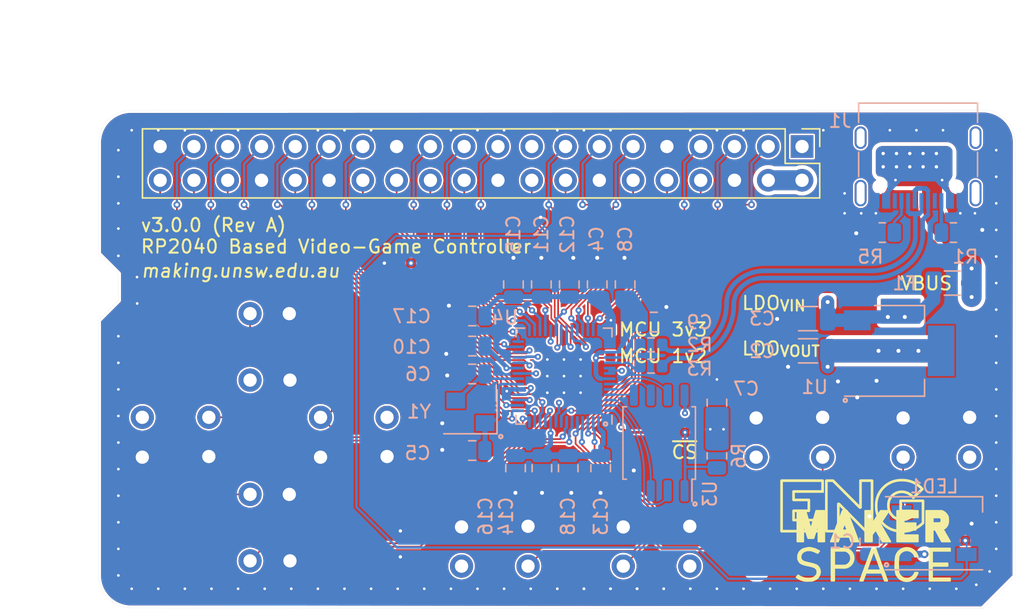
<source format=kicad_pcb>
(kicad_pcb (version 20211014) (generator pcbnew)
  (title_block (title "RP2040-Gamepad") (date "2022-09-08") (rev "3.0.0") (company "Michael Lloyd, UNSW Makerspaces"))
  (layers (0 "F.Cu" mixed "TOP") (1 "In1.Cu" power "3V3") (2 "In2.Cu" power "GND") (31 "B.Cu" mixed "BOTTOM") (34 "B.Paste" user "BOTTOM_SOLDERPASTE") (35 "F.Paste" user "TOP_SOLDERPASTE") (36 "B.SilkS" user "BOTTOM_SILKSCREEN") (37 "F.SilkS" user "TOP_SILKSCREEN") (38 "B.Mask" user "BOTTOM_SOLDERMASK") (39 "F.Mask" user "TOP_SOLDERMASK") (44 "Edge.Cuts" user))
  (property "--x" "→")
  (property "Delta" "Δ")
  (property "MR" "MΩ")
  (property "O" "Ω")
  (property "R" "Ω")
  (property "VERSION" "1.0.0")
  (property "alpha" "α")
  (property "beta" "β")
  (property "delta" "δ")
  (property "diameter" "⌀")
  (property "footnote" "†")
  (property "frog" "🐸")
  (property "kR" "kΩ")
  (property "mR" "mΩ")
  (property "mu" "μ")
  (property "pi" "π")
  (property "uF" "μF")
  (property "uH" "μH")
  (property "uf" "μF")
  (property "uh" "μH")
  (property "x--" "←")
  (net 0 "")
  (net 1 "+3V3")
  (net 2 "VBUS")
  (net 3 "Net-(J1-PadA5)")
  (net 5 "+1V2")
  (net 6 "GND")
  (net 7 "/USB_{DATA}+")
  (net 8 "/USB_{DATA}-")
  (net 9 "/D-")
  (net 10 "/D+")
  (net 11 "/~{CS}")
  (net 12 "/SD1")
  (net 13 "/SD2")
  (net 14 "/SD0")
  (net 15 "/SCK")
  (net 16 "/SD3")
  (net 17 "/USB_VBUS")
  (net 19 "/$.GPIO29")
  (net 20 "/$.GPIO28")
  (net 21 "Net-(TP3-Pad1)")
  (net 22 "/$.GPIO2")
  (net 23 "/$.GPIO3")
  (net 24 "/$.GPIO4")
  (net 25 "/$.GPIO17")
  (net 26 "/$.GPIO14")
  (net 27 "/$.GPIO15")
  (net 28 "/$.GPIO16")
  (net 29 "/$.GPIO18")
  (net 30 "/$.GPIO19")
  (net 31 "/$.GPIO20")
  (net 32 "/$.GPIO10")
  (net 33 "/$.GPIO9")
  (net 34 "/$.GPIO21")
  (net 35 "/$.GPIO11")
  (net 36 "/$.GPIO8")
  (net 37 "/$.GPIO7")
  (net 38 "/$.GPIO1")
  (net 39 "/$.GPIO5")
  (net 40 "/$.GPIO6")
  (net 41 "/$.GPIO12")
  (net 42 "/$.GPIO13")
  (net 43 "/$.GPIO22")
  (net 44 "/$.GPIO24")
  (net 45 "/$.GPIO25")
  (net 46 "/$.GPIO26")
  (net 47 "/$.GPIO27")
  (net 48 "Net-(C5-Pad1)")
  (net 49 "Net-(C6-Pad1)")
  (net 52 "Net-(J1-PadB5)")
  (net 53 "Net-(TP4-Pad1)")
  (net 54 "/$.GPIO0")
  (net 55 "/$.GPIO23")
  (net 56 "Net-(TP6-Pad1)")
  (footprint "0:Testpoint_Custom" (layer "F.Cu") (at 155.175 87.375)
    (fp_text reference "TP5" hide)
    (fp_text value "LED DATA" hide)
  )
  (footprint "0:SW_TSC016XXXXXXX_4.5x3.0_H2.75" (layer "F.Cu") (at 153 79.6)
    (fp_text reference "SW6" hide)
    (fp_text value "SW_Push" hide)
  )
  (footprint "0:Testpoint_Custom" (layer "F.Cu") (at 128.5 73.5)
    (fp_text reference "TP2" hide)
    (fp_text value "MCU 1v2")
  )
  (footprint "0:Testpoint_Custom" (layer "F.Cu") (at 111.5 67.5)
    (fp_text reference "TP4" hide)
    (fp_text value "SWCLK" hide)
  )
  (footprint "0:Testpoint_Custom" (layer "F.Cu") (at 144.825 69.425)
    (fp_text reference "TP10" hide)
    (fp_text value "LDO_{VIN}")
  )
  (footprint "0:SW_TSC016XXXXXXX_4.5x3.0_H2.75" (layer "F.Cu") (at 102.9 72.8 -90)
    (fp_text reference "SW5" hide)
    (fp_text value "SW_Push" hide)
  )
  (footprint "0:Testpoint_Custom" (layer "F.Cu") (at 112.5 67.5)
    (fp_text reference "TP6" hide)
    (fp_text value "SWD" hide)
  )
  (footprint "0:Testpoint_Custom" (layer "F.Cu") (at 145.6 72.925)
    (fp_text reference "TP9" hide)
    (fp_text value "LDO_{VOUT}")
  )
  (footprint "0:Testpoint_Custom" (layer "F.Cu") (at 111.5 66.5)
    (fp_text reference "TP7" hide)
    (fp_text value "RUN_GND" hide)
  )
  (footprint "Fiducial:Fiducial_1mm_Mask2mm" (layer "F.Cu") (at 141.4 65.5)
    (fp_text reference "FID3" hide)
    (fp_text value "1,0" hide)
  )
  (footprint "0:SW_TSC016XXXXXXX_4.5x3.0_H2.75" (layer "F.Cu") (at 102.9 86.4 -90)
    (fp_text reference "SW1" hide)
    (fp_text value "SW_Push" hide)
  )
  (footprint "0:Testpoint_Custom" (layer "F.Cu") (at 128.5 71.5)
    (fp_text reference "TP1" hide)
    (fp_text value "MCU 3v3")
  )
  (footprint "0:eng_maker_space_ss" (layer "F.Cu") (at 141.36165 82.856351)
    (fp_text reference "REF**" hide)
    (fp_text value "eng_maker_space_ss" hide)
  )
  (footprint "Fiducial:Fiducial_1mm_Mask2mm" (layer "F.Cu") (at 139.5 89.5)
    (fp_text reference "FID2" hide)
    (fp_text value "0,0" hide)
  )
  (footprint "0:SW_TSC016XXXXXXX_4.5x3.0_H2.75" (layer "F.Cu") (at 131.96 87.8)
    (fp_text reference "SW2" hide)
    (fp_text value "SW_Push" hide)
  )
  (footprint "0:SW_TSC016XXXXXXX_4.5x3.0_H2.75" (layer "F.Cu") (at 119.8 87.8)
    (fp_text reference "SW8" hide)
    (fp_text value "SW_Push" hide)
  )
  (footprint "0:Testpoint_Custom" (layer "F.Cu") (at 151.1 69.85)
    (fp_text reference "TP8" hide)
    (fp_text value "VBUS")
  )
  (footprint "0:SW_TSC016XXXXXXX_4.5x3.0_H2.75" (layer "F.Cu") (at 95.8 79.6 180)
    (fp_text reference "SW3" hide)
    (fp_text value "SW_Push" hide)
  )
  (footprint "0:SW_TSC016XXXXXXX_4.5x3.0_H2.75" (layer "F.Cu") (at 109.2 79.6 180)
    (fp_text reference "SW7" hide)
    (fp_text value "SW_Push" hide)
  )
  (footprint "0:SW_TSC016XXXXXXX_4.5x3.0_H2.75" (layer "F.Cu") (at 141.95 79.6)
    (fp_text reference "SW4" hide)
    (fp_text value "SW_Push" hide)
  )
  (footprint "0:Testpoint_Custom" (layer "F.Cu") (at 113.5 66.5)
    (fp_text reference "TP11" hide)
    (fp_text value "SWD_3V3" hide)
  )
  (footprint "0:Testpoint_Custom" (layer "F.Cu") (at 134.075 79.25)
    (fp_text reference "TP12" hide)
    (fp_text value "~{CS}")
  )
  (footprint "0:Testpoint_Custom" (layer "F.Cu") (at 112.5 66.5)
    (fp_text reference "TP3" hide)
    (fp_text value "RUN" hide)
  )
  (footprint "Fiducial:Fiducial_1mm_Mask2mm" (layer "F.Cu") (at 103.8 80.25)
    (fp_text reference "FID1" hide)
    (fp_text value "0,1" hide)
  )
  (footprint "Connector_PinHeader_2.54mm:PinHeader_2x20_P2.54mm_Vertical" (layer "F.Cu") (at 142.9 57.725 -90)
    (fp_text reference "J3" hide)
    (fp_text value "RBP_GPIO_CONN" hide)
  )
  (footprint "Resistor_SMD:R_0603_1608Metric" (layer "B.Cu") (at 131.55 74.25 180)
    (fp_text reference "R3")
    (fp_text value "27Ω")
  )
  (footprint "Package_TO_SOT_SMD:SOT-223-3_TabPin2" (layer "B.Cu") (at 150.2 73.1)
    (fp_text reference "U1")
    (fp_text value "ASM1117-3.3")
  )
  (footprint "Resistor_SMD:R_0603_1608Metric" (layer "B.Cu") (at 131.55 72.65 180)
    (fp_text reference "R2")
    (fp_text value "27Ω")
  )
  (footprint "Capacitor_SMD:C_0805_2012Metric" (layer "B.Cu") (at 136.5 77 90)
    (fp_text reference "C7")
    (fp_text value "100nF")
  )
  (footprint "0:FLASH-SOIC-8" (layer "B.Cu") (at 132.160001 80.032167 90)
    (fp_text reference "U3")
    (fp_text value "WQ25JVS")
  )
  (footprint "Capacitor_SMD:C_0805_2012Metric" (layer "B.Cu") (at 123.340188 81.932082 -90)
    (fp_text reference "C14")
    (fp_text value "100nF")
  )
  (footprint "Capacitor_SMD:C_0805_2012Metric" (layer "B.Cu") (at 125.320087 81.932082 -90)
    (fp_text reference "C18")
    (fp_text value "100nF")
  )
  (footprint "LED_SMD:LED_WS2812B_PLCC4_5.0x5.0mm_P3.2mm" (layer "B.Cu") (at 152.825 86.825)
    (fp_text reference "LED1")
    (fp_text value "WS2812B")
  )
  (footprint "Capacitor_SMD:C_0805_2012Metric" (layer "B.Cu") (at 123.3 68.1 90)
    (fp_text reference "C11")
    (fp_text value "1μF")
  )
  (footprint "Capacitor_SMD:C_0805_2012Metric" (layer "B.Cu") (at 121.2 68.1 90)
    (fp_text reference "C15")
    (fp_text value "100nF")
  )
  (footprint "Capacitor_SMD:C_0805_2012Metric" (layer "B.Cu") (at 118.1 74.84 180)
    (fp_text reference "C6")
    (fp_text value "14pF")
  )
  (footprint "Crystal:Crystal_SMD_3225-4Pin_3.2x2.5mm" (layer "B.Cu") (at 117.966177 77.689441 180)
    (fp_text reference "Y1")
    (fp_text value "X322512MMB4SI")
  )
  (footprint "Capacitor_SMD:C_0805_2012Metric" (layer "B.Cu") (at 118.1 80.6 180)
    (fp_text reference "C5")
    (fp_text value "14pF")
  )
  (footprint "Capacitor_SMD:C_0805_2012Metric" (layer "B.Cu") (at 131.760003 70.932167)
    (fp_text reference "C9")
    (fp_text value "100nF")
  )
  (footprint "Resistor_SMD:R_0805_2012Metric" (layer "B.Cu") (at 136.5 81 90)
    (fp_text reference "R6")
    (fp_text value "10kΩ")
  )
  (footprint "Capacitor_SMD:C_1206_3216Metric" (layer "B.Cu") (at 143.35 73.1 180)
    (fp_text reference "C3")
    (fp_text value "10μF")
  )
  (footprint "Capacitor_SMD:C_1206_3216Metric" (layer "B.Cu") (at 143.35 70.675 180)
    (fp_text reference "C2")
    (fp_text value "10μF")
  )
  (footprint "Resistor_SMD:R_0805_2012Metric" (layer "B.Cu") (at 148.925 64.2 180)
    (fp_text reference "R5")
    (fp_text value "5.1kΩ")
  )
  (footprint "Capacitor_SMD:C_0805_2012Metric" (layer "B.Cu") (at 118.107598 70.476952 180)
    (fp_text reference "C17")
    (fp_text value "100nF")
  )
  (footprint "Capacitor_SMD:C_0805_2012Metric" (layer "B.Cu") (at 147.99 87.45 90)
    (fp_text reference "C1")
    (fp_text value "1μF")
  )
  (footprint "Capacitor_SMD:C_0805_2012Metric" (layer "B.Cu") (at 118.107598 72.739694 180)
    (fp_text reference "C10")
    (fp_text value "100nF")
  )
  (footprint "Package_DFN_QFN:QFN-56-1EP_7x7mm_P0.4mm_EP3.2x3.2mm" (layer "B.Cu") (at 125 75 90)
    (fp_text reference "U4")
    (fp_text value "RP2040")
  )
  (footprint "Connector_USB:USB_C_Receptacle_Palconn_UTC16-G" (layer "B.Cu") (at 151.625 59.3)
    (fp_text reference "J1")
    (fp_text value "C116159")
  )
  (footprint "Fuse:Fuse_1206_3216Metric" (layer "B.Cu") (at 154.2 68 180)
    (fp_text reference "F1")
    (fp_text value "C261953")
  )
  (footprint "Resistor_SMD:R_0805_2012Metric" (layer "B.Cu") (at 154.29 64.2)
    (fp_text reference "R1")
    (fp_text value "5.1kΩ")
  )
  (footprint "Capacitor_SMD:C_0805_2012Metric" (layer "B.Cu") (at 125.4 68.1 90)
    (fp_text reference "C12")
    (fp_text value "100nF")
  )
  (footprint "Capacitor_SMD:C_0805_2012Metric" (layer "B.Cu") (at 127.760003 81.929685 -90)
    (fp_text reference "C13")
    (fp_text value "100nF")
  )
  (footprint "Capacitor_SMD:C_0805_2012Metric" (layer "B.Cu") (at 121.360289 81.932082 -90)
    (fp_text reference "C16")
    (fp_text value "100nF")
  )
  (footprint "Capacitor_SMD:C_0805_2012Metric" (layer "B.Cu") (at 127.5 68.1 90)
    (fp_text reference "C4")
    (fp_text value "1μF")
  )
  (footprint "Capacitor_SMD:C_0805_2012Metric" (layer "B.Cu") (at 129.6 68.1 90)
    (fp_text reference "C8")
    (fp_text value "1μF")
  )
  (gr_circle (center 120.25 79.55) (end 120.3 79.525) (layer "B.SilkS") (width 0.15) (fill none))
  (gr_circle (center 146.15 76.825) (end 146.2 76.8) (layer "B.SilkS") (width 0.15) (fill none))
  (gr_circle (center 128.125 78.6) (end 128.175 78.575) (layer "B.SilkS") (width 0.15) (fill none))
  (gr_circle (center 134.85 84.625) (end 134.9 84.6) (layer "B.SilkS") (width 0.15) (fill none))
  (gr_circle (center 149.25 89.2) (end 149.3 89.175) (layer "B.SilkS") (width 0.15) (fill none))
  (gr_arc (start 156.492588 54.967588) (mid 158.225 55.685176) (end 158.942588 57.417588) (layer "Edge.Cuts") (width 0.01))
  (gr_arc (start 92.45 92.45) (mid 90.717588 91.732412) (end 90 90) (layer "Edge.Cuts") (width 0.01))
  (gr_line (start 90 70.8) (end 91.5 69.3) (layer "Edge.Cuts") (width 0.01))
  (gr_line (start 90 70.8) (end 90 90) (layer "Edge.Cuts") (width 0.01))
  (gr_line (start 90 65.8) (end 91.5 67.3) (layer "Edge.Cuts") (width 0.01))
  (gr_line (start 92.450001 55) (end 156.492588 54.967588) (layer "Edge.Cuts") (width 0.01))
  (gr_arc (start 90.000001 57.45) (mid 90.717589 55.717588) (end 92.450001 55) (layer "Edge.Cuts") (width 0.01))
  (gr_line (start 90.000001 57.45) (end 90.000001 65.8) (layer "Edge.Cuts") (width 0.01))
  (gr_line (start 158.917588 90.067588) (end 156.467588 92.517588) (layer "Edge.Cuts") (width 0.01))
  (gr_line (start 91.5 67.3) (end 91.5 69.3) (layer "Edge.Cuts") (width 0.01))
  (gr_line (start 92.45 92.45) (end 156.467588 92.517588) (layer "Edge.Cuts") (width 0.01))
  (gr_line (start 158.917588 90.067588) (end 158.942588 57.417588) (layer "Edge.Cuts") (width 0.01))
  (gr_text "v3.0.0 (Rev A)\nRP2040 Based Video-Game Controller" (at 93.1 64.45) (layer "F.SilkS") (effects (font (size 1 1)) (justify left)))
  (gr_text "making.unsw.edu.au" (at 93.15 67.075) (layer "F.SilkS") (effects (font (size 1 1) (thickness 0.15) italic) (justify left)))
  (segment (start 128.525 71.475) (end 128.5 71.5) (width 0.1778) (layer "F.Cu") (net 1))
  (segment (start 128.525 70.8) (end 128.525 71.475) (width 0.1778) (layer "F.Cu") (net 1))
  (via (at 151.65 73.1) (size 0.6) (drill 0.3) (layers "F.Cu" "B.Cu") (net 1))
  (via (at 122.9 74.8) (size 0.46) (drill 0.2) (layers "F.Cu" "B.Cu") (net 1))
  (via (at 129.35 74.6) (size 0.46) (drill 0.2) (layers "F.Cu" "B.Cu") (net 1))
  (via (at 144.825 74.3) (size 0.6) (drill 0.3) (layers "F.Cu" "B.Cu") (net 1))
  (via (at 128.525 70.8) (size 0.46) (drill 0.2) (layers "F.Cu" "B.Cu") (net 1))
  (via (at 150.15 73.1) (size 0.6) (drill 0.3) (layers "F.Cu" "B.Cu") (net 1))
  (via (at 148.65 73.1) (size 0.6) (drill 0.3) (layers "F.Cu" "B.Cu") (net 1))
  (via (at 124.000004 72.4) (size 0.46) (drill 0.2) (layers "F.Cu" "B.Cu") (net 1))
  (via (at 123.993487 79.3) (size 0.46) (drill 0.2) (layers "F.Cu" "B.Cu") (net 1))
  (via (at 137 79) (size 0.46) (drill 0.2) (layers "F.Cu" "B.Cu") (net 1))
  (via (at 136 79) (size 0.46) (drill 0.2) (layers "F.Cu" "B.Cu") (net 1))
  (via (at 134.1 77.79) (size 0.46) (drill 0.2) (layers "F.Cu" "B.Cu") (net 1))
  (via (at 113.5 66.5) (size 0.508) (drill 0.254) (layers "F.Cu" "B.Cu") (net 1))
  (segment (start 128.437502 74.587502) (end 129.337502 74.587502) (width 0.2) (layer "B.Cu") (net 1))
  (segment (start 127.95 79.25) (end 127.75 79.05) (width 0.3556) (layer "B.Cu") (net 1))
  (segment (start 122.9 74.8) (end 121.562503 74.799999) (width 0.2) (layer "B.Cu") (net 1))
  (segment (start 123.993487 79.3) (end 123.993487 80.156513) (width 0.3556) (layer "B.Cu") (net 1))
  (segment (start 128.437502 74.587502) (end 128.437502 74.399998) (width 0.2) (layer "B.Cu") (net 1))
  (segment (start 121.2 69.05) (end 121.227211 69.022789) (width 0.381) (layer "B.Cu") (net 1))
  (segment (start 119.057598 70.092402) (end 120.1 69.05) (width 0.3556) (layer "B.Cu") (net 1))
  (segment (start 127.75 79.05) (end 127.6 78.9) (width 0.1778) (layer "B.Cu") (net 1))
  (segment (start 125.322484 80.979685) (end 125.320087 80.982082) (width 0.3556) (layer "B.Cu") (net 1))
  (segment (start 128.437502 74.8) (end 128.437502 74.587502) (width 0.2) (layer "B.Cu") (net 1))
  (segment (start 123.993487 80.156513) (end 123.340188 80.809812) (width 0.3556) (layer "B.Cu") (net 1))
  (segment (start 121.360289 80.982082) (end 125.320087 80.982082) (width 0.3556) (layer "B.Cu") (net 1))
  (segment (start 121.360289 80.982082) (end 127.754217 80.982082) (width 0.508) (layer "B.Cu") (net 1))
  (segment (start 128.525 70.8) (end 128.665513 70.659487) (width 0.1778) (layer "B.Cu") (net 1))
  (segment (start 147.05 73.1) (end 144.825 73.1) (width 1) (layer "B.Cu") (net 1))
  (segment (start 127.6 78.9) (end 127.6 78.4375) (width 0.1778) (layer "B.Cu") (net 1))
  (segment (start 127.760003 80.289997) (end 127.95 80.1) (width 0.3556) (layer "B.Cu") (net 1))
  (segment (start 119.057598 70.476952) (end 119.057598 70.092402) (width 0.3556) (layer "B.Cu") (net 1))
  (segment (start 123.340188 80.809812) (end 123.340188 80.982082) (width 0.3556) (layer "B.Cu") (net 1))
  (segment (start 120.1 69.05) (end 121.2 69.05) (width 0.3556) (layer "B.Cu") (net 1))
  (segment (start 123.993487 79.3) (end 124.000005 79.293482) (width 0.2) (layer "B.Cu") (net 1))
  (segment (start 129.337502 74.587502) (end 129.35 74.6) (width 0.2) (layer "B.Cu") (net 1))
  (segment (start 129.35 74.6) (end 129.300004 74.550004) (width 0.127) (layer "B.Cu") (net 1))
  (segment (start 127.95 80.1) (end 127.95 79.25) (width 0.3556) (layer "B.Cu") (net 1))
  (segment (start 134.1 77.79) (end 134.1 76.467166) (width 0.254) (layer "B.Cu") (net 1))
  (segment (start 127.760003 80.979685) (end 127.760003 80.289997) (width 0.3556) (layer "B.Cu") (net 1))
  (segment (start 129.300004 74.550004) (end 129.300004 74.432167) (width 0.127) (layer "B.Cu") (net 1))
  (segment (start 127.472789 69.022789) (end 127.5 69.05) (width 0.381) (layer "B.Cu") (net 1))
  (segment (start 124.000005 79.293482) (end 124.000005 78.437501) (width 0.2) (layer "B.Cu") (net 1))
  (segment (start 121.227211 69.022789) (end 127.472789 69.022789) (width 0.381) (layer "B.Cu") (net 1))
  (segment (start 144.825 73.1) (end 144.825 74.3) (width 1) (layer "B.Cu") (net 1))
  (segment (start 128.665513 70.659487) (end 128.665513 70.264283) (width 0.1778) (layer "B.Cu") (net 1))
  (segment (start 127.760003 80.979685) (end 125.322484 80.979685) (width 0.3556) (layer "B.Cu") (net 1))
  (segment (start 124.000003 71.562499) (end 124.000004 72.4) (width 0.2) (layer "B.Cu") (net 1))
  (segment (start 128.4375 72.8) (end 128.4375 72.4) (width 0.2) (layer "B.Cu") (net 1))
  (segment (start 128.558578 70.108578) (end 127.5 69.05) (width 0.1778) (layer "B.Cu") (net 1))
  (segment (start 134.1 76.467166) (end 134.065001 76.432167) (width 0.254) (layer "B.Cu") (net 1))
  (arc (start 127.754217 80.982082) (mid 127.757348 80.981459) (end 127.760003 80.979685) (width 0.508) (layer "B.Cu") (net 1))
  (arc (start 128.665513 70.264283) (mid 128.618619 70.181749) (end 128.558578 70.108578) (width 0.1778) (layer "B.Cu") (net 1))
  (segment (start 140.36 60.265) (end 142.9 60.265) (width 1.5) (layer "F.Cu") (net 2))
  (via (at 144.825 69.425) (size 0.6) (drill 0.3) (layers "F.Cu" "B.Cu") (net 2))
  (via (at 150.625 70.55) (size 0.6) (drill 0.3) (layers "F.Cu" "B.Cu") (net 2))
  (via (at 152.1 88.4) (size 0.6) (drill 0.3) (layers "F.Cu" "B.Cu") (net 2))
  (via (at 149.35 70.55) (size 0.6) (drill 0.3) (layers "F.Cu" "B.Cu") (net 2))
  (segment (start 142.9 60.265) (end 140.385 60.265) (width 1.5) (layer "B.Cu") (net 2))
  (segment (start 144.95 70.8) (end 144.825 70.675) (width 1) (layer "B.Cu") (net 2))
  (segment (start 152.8 69.25) (end 152.8 68) (width 1) (layer "B.Cu") (net 2))
  (segment (start 150.375 88.425) (end 150.4 88.4) (width 0.508) (layer "B.Cu") (net 2))
  (segment (start 149.35 70.55) (end 151.5 70.55) (width 1) (layer "B.Cu") (net 2))
  (segment (start 150.4 88.4) (end 152.1 88.4) (width 0.508) (layer "B.Cu") (net 2))
  (segment (start 147.99 88.4) (end 150.35 88.4) (width 1) (layer "B.Cu") (net 2))
  (segment (start 151.5 70.55) (end 152.8 69.25) (width 1) (layer "B.Cu") (net 2))
  (segment (start 150.35 88.4) (end 150.375 88.425) (width 0.508) (layer "B.Cu") (net 2))
  (segment (start 149.35 70.55) (end 147.3 70.55) (width 1) (layer "B.Cu") (net 2))
  (segment (start 144.825 70.675) (end 144.825 69.425) (width 1) (layer "B.Cu") (net 2))
  (segment (start 140.385 60.265) (end 140.35 60.3) (width 1) (layer "B.Cu") (net 2))
  (segment (start 147.05 70.8) (end 144.95 70.8) (width 1) (layer "B.Cu") (net 2))
  (segment (start 147.3 70.55) (end 147.05 70.8) (width 1) (layer "B.Cu") (net 2))
  (segment (start 149.8375 63.3875) (end 149.8375 64.2) (width 0.2) (layer "B.Cu") (net 3))
  (segment (start 150.375 62.85) (end 149.8375 63.3875) (width 0.2) (layer "B.Cu") (net 3))
  (segment (start 150.375 61.81) (end 150.375 62.85) (width 0.2) (layer "B.Cu") (net 3))
  (segment (start 128.367833 73.632167) (end 128.5 73.5) (width 0.127) (layer "F.Cu") (net 5))
  (segment (start 127.4 73.632167) (end 128.367833 73.632167) (width 0.127) (layer "F.Cu") (net 5))
  (via (at 127.4 73.632167) (size 0.46) (drill 0.2) (layers "F.Cu" "B.Cu") (net 5))
  (via (at 120.680003 74.399999) (size 0.46) (drill 0.2) (layers "F.Cu" "B.Cu") (net 5))
  (segment (start 127.8 73.2) (end 128.4375 73.2) (width 0.2) (layer "B.Cu") (net 5))
  (segment (start 119.089694 72.739694) (end 120.680003 74.330003) (width 0.3556) (layer "B.Cu") (net 5))
  (segment (start 127.5 73.35) (end 127.543934 73.306066) (width 0.3556) (layer "B.Cu") (net 5))
  (segment (start 127.4 73.632167) (end 127.4 74.737868) (width 0.3556) (layer "B.Cu") (net 5))
  (segment (start 121.562502 74.399999) (end 120.680003 74.399999) (width 0.2) (layer "B.Cu") (net 5))
  (segment (start 127.791421 75.2) (end 128.4375 75.2) (width 0.2) (layer "B.Cu") (net 5))
  (segment (start 127.4 73.632167) (end 127.4 73.591421) (width 0.3556) (layer "B.Cu") (net 5))
  (segment (start 119.057598 72.739694) (end 119.089694 72.739694) (width 0.3556) (layer "B.Cu") (net 5))
  (segment (start 120.680003 74.330003) (end 120.680003 74.399999) (width 0.3556) (layer "B.Cu") (net 5))
  (arc (start 127.55 75.1) (mid 127.660765 75.174011) (end 127.791421 75.2) (width 0.3556) (layer "B.Cu") (net 5))
  (arc (start 127.4 73.591421) (mid 127.425989 73.460765) (end 127.5 73.35) (width 0.3556) (layer "B.Cu") (net 5))
  (arc (start 127.543934 73.306066) (mid 127.661418 73.227566) (end 127.8 73.2) (width 0.3556) (layer "B.Cu") (net 5))
  (arc (start 127.4 74.737868) (mid 127.438984 74.933852) (end 127.55 75.1) (width 0.3556) (layer "B.Cu") (net 5))
  (via (at 157.5 80) (size 0.46) (drill 0.2) (layers "F.Cu" "B.Cu") (net 6))
  (via (at 130.5 91) (size 0.46) (drill 0.2) (layers "F.Cu" "B.Cu") (net 6))
  (via (at 130.25 82.1) (size 0.6) (drill 0.3) (layers "F.Cu" "B.Cu") (net 6))
  (via (at 157.5 76) (size 0.46) (drill 0.2) (layers "F.Cu" "B.Cu") (net 6))
  (via (at 91.5 88) (size 0.46) (drill 0.2) (layers "F.Cu" "B.Cu") (net 6))
  (via (at 141.025 70.7) (size 0.6) (drill 0.3) (layers "F.Cu" "B.Cu") (net 6))
  (via (at 118.5 56.5) (size 0.46) (drill 0.2) (layers "F.Cu" "B.Cu") (net 6))
  (via (at 91.5 62) (size 0.46) (drill 0.2) (layers "F.Cu" "B.Cu") (net 6))
  (via (at 108.5 91) (size 0.46) (drill 0.2) (layers "F.Cu" "B.Cu") (net 6))
  (via (at 145.6 75.4) (size 0.6) (drill 0.3) (layers "F.Cu" "B.Cu") (net 6))
  (via (at 116.15 73.325) (size 0.6) (drill 0.3) (layers "F.Cu" "B.Cu") (net 6))
  (via (at 136.5 75.25) (size 0.46) (drill 0.2) (layers "F.Cu" "B.Cu") (net 6))
  (via (at 157.5 68) (size 0.46) (drill 0.2) (layers "F.Cu" "B.Cu") (net 6))
  (via (at 126.5 56.5) (size 0.46) (drill 0.2) (layers "F.Cu" "B.Cu") (net 6))
  (via (at 91.5 74) (size 0.46) (drill 0.2) (layers "F.Cu" "B.Cu") (net 6))
  (via (at 157.5 64) (size 0.46) (drill 0.2) (layers "F.Cu" "B.Cu") (net 6))
  (via (at 130.5 91) (size 0.46) (drill 0.2) (layers "F.Cu" "B.Cu") (net 6))
  (via (at 91.5 80) (size 0.46) (drill 0.2) (layers "F.Cu" "B.Cu") (net 6))
  (via (at 156 90.7) (size 0.46) (drill 0.2) (layers "F.Cu" "B.Cu") (net 6))
  (via (at 126.25 76.25) (size 0.46) (drill 0.2) (layers "F.Cu" "B.Cu") (net 6))
  (via (at 102.5 91) (size 0.46) (drill 0.2) (layers "F.Cu" "B.Cu") (net 6))
  (via (at 91.5 63.9) (size 0.46) (drill 0.2) (layers "F.Cu" "B.Cu") (net 6))
  (via (at 92.5 56.5) (size 0.46) (drill 0.2) (layers "F.Cu" "B.Cu") (net 6))
  (via (at 100.5 56.5) (size 0.46) (drill 0.2) (layers "F.Cu" "B.Cu") (net 6))
  (via (at 114.5 91) (size 0.46) (drill 0.2) (layers "F.Cu" "B.Cu") (net 6))
  (via (at 123.75 73.75) (size 0.46) (drill 0.2) (layers "F.Cu" "B.Cu") (net 6))
  (via (at 91.5 82) (size 0.46) (drill 0.2) (layers "F.Cu" "B.Cu") (net 6))
  (via (at 125 76.25) (size 0.46) (drill 0.2) (layers "F.Cu" "B.Cu") (net 6))
  (via (at 100.5 91) (size 0.46) (drill 0.2) (layers "F.Cu" "B.Cu") (net 6))
  (via (at 96.5 91) (size 0.46) (drill 0.2) (layers "F.Cu" "B.Cu") (net 6))
  (via (at 148.5 91) (size 0.46) (drill 0.2) (layers "F.Cu" "B.Cu") (net 6))
  (via (at 94.5 56.5) (size 0.46) (drill 0.2) (layers "F.Cu" "B.Cu") (net 6))
  (via (at 150.5 91) (size 0.46) (drill 0.2) (layers "F.Cu" "B.Cu") (net 6))
  (via (at 124.5 91) (size 0.46) (drill 0.2) (layers "F.Cu" "B.Cu") (net 6))
  (via (at 96.5 56.5) (size 0.46) (drill 0.2) (layers "F.Cu" "B.Cu") (net 6))
  (via (at 91.5 65.95) (size 0.46) (drill 0.2) (layers "F.Cu" "B.Cu") (net 6))
  (via (at 136.5 56.5) (size 0.46) (drill 0.2) (layers "F.Cu" "B.Cu") (net 6))
  (via (at 132.5 91) (size 0.46) (drill 0.2) (layers "F.Cu" "B.Cu") (net 6))
  (via (at 94.5 91) (size 0.46) (drill 0.2) (layers "F.Cu" "B.Cu") (net 6))
  (via (at 154.8 62.75) (size 0.46) (drill 0.2) (layers "F.Cu" "B.Cu") (net 6))
  (via (at 148.5 75.35) (size 0.6) (drill 0.3) (layers "F.Cu" "B.Cu") (net 6))
  (via (at 125.7 66.1) (size 0.6) (drill 0.3) (layers "F.Cu" "B.Cu") (net 6))
  (via (at 127.5 66.1) (size 0.6) (drill 0.3) (layers "F.Cu" "B.Cu") (net 6))
  (via (at 147.35 62.75) (size 0.46) (drill 0.2) (layers "F.Cu" "B.Cu") (net 6))
  (via (at 128.5 91) (size 0.46) (drill 0.2) (layers "F.Cu" "B.Cu") (net 6))
  (via (at 111.5 66.5) (size 0.508) (drill 0.254) (layers "F.Cu" "B.Cu") (net 6))
  (via (at 121.2 66.1) (size 0.6) (drill 0.3) (layers "F.Cu" "B.Cu") (net 6))
  (via (at 92.9 67.549999) (size 0.46) (drill 0.2) (layers "F.Cu" "B.Cu") (net 6))
  (via (at 128.5 91) (size 0.46) (drill 0.2) (layers "F.Cu" "B.Cu") (net 6))
  (via (at 123.35 83.782167) (size 0.6) (drill 0.3) (layers "F.Cu" "B.Cu") (net 6))
  (via (at 116.5 91) (size 0.46) (drill 0.2) (layers "F.Cu" "B.Cu") (net 6))
  (via (at 147.05 76.6) (size 0.6) (drill 0.3) (layers "F.Cu" "B.Cu") (net 6))
  (via (at 125 73.75) (size 0.46) (drill 0.2) (layers "F.Cu" "B.Cu") (net 6))
  (via (at 138.5 56.5) (size 0.46) (drill 0.2) (layers "F.Cu" "B.Cu") (net 6))
  (via (at 157.5 60) (size 0.46) (drill 0.2) (layers "F.Cu" "B.Cu") (net 6))
  (via (at 128.5 56.5) (size 0.46) (drill 0.2) (layers "F.Cu" "B.Cu") (net 6))
  (via (at 126.5 91) (size 0.46) (drill 0.2) (layers "F.Cu" "B.Cu") (net 6))
  (via (at 152.5 91) (size 0.46) (drill 0.2) (layers "F.Cu" "B.Cu") (net 6))
  (via (at 106.5 91) (size 0.46) (drill 0.2) (layers "F.Cu" "B.Cu") (net 6))
  (via (at 127.750004 83.782167) (size 0.6) (drill 0.3) (layers "F.Cu" "B.Cu") (net 6))
  (via (at 126.5 91) (size 0.46) (drill 0.2) (layers "F.Cu" "B.Cu") (net 6))
  (via (at 148.45 62.75) (size 0.46) (drill 0.2) (layers "F.Cu" "B.Cu") (net 6))
  (via (at 130.5 91) (size 0.46) (drill 0.2) (layers "F.Cu" "B.Cu") (net 6))
  (via (at 130.5 91) (size 0.46) (drill 0.2) (layers "F.Cu" "B.Cu") (net 6))
  (via (at 123.75 75) (size 0.46) (drill 0.2) (layers "F.Cu" "B.Cu") (net 6))
  (via (at 132.7 69.8) (size 0.6) (drill 0.3) (layers "F.Cu" "B.Cu") (net 6))
  (via (at 123.3 66.1) (size 0.6) (drill 0.3) (layers "F.Cu" "B.Cu") (net 6))
  (via (at 115.85 78.55) (size 0.6) (drill 0.3) (layers "F.Cu" "B.Cu") (net 6))
  (via (at 92.5 91) (size 0.46) (drill 0.2) (layers "F.Cu" "B.Cu") (net 6))
  (via (at 157.5 72) (size 0.46) (drill 0.2) (layers "F.Cu" "B.Cu") (net 6))
  (via (at 157.5 78) (size 0.46) (drill 0.2) (layers "F.Cu" "B.Cu") (net 6))
  (via (at 146.1 61.25) (size 0.46) (drill 0.2) (layers "F.Cu" "B.Cu") (net 6))
  (via (at 112.7 86.65) (size 0.508) (drill 0.254) (layers "F.Cu" "B.Cu") (net 6))
  (via (at 91.5 76) (size 0.46) (drill 0.2) (layers "F.Cu" "B.Cu") (net 6))
  (via (at 118.5 91) (size 0.46) (drill 0.2) (layers "F.Cu" "B.Cu") (net 6))
  (via (at 110.5 56.5) (size 0.46) (drill 0.2) (layers "F.Cu" "B.Cu") (net 6))
  (via (at 123.25 63.05) (size 0.508) (drill 0.254) (layers "F.Cu" "B.Cu") (net 6))
  (via (at 116.35 69.7) (size 0.6) (drill 0.3) (layers "F.Cu" "B.Cu") (net 6))
  (via (at 155.9 62.75) (size 0.46) (drill 0.2) (layers "F.Cu" "B.Cu") (net 6))
  (via (at 91.5 58) (size 0.46) (drill 0.2) (layers "F.Cu" "B.Cu") (net 6))
  (via (at 98.5 56.5) (size 0.46) (drill 0.2) (layers "F.Cu" "B.Cu") (net 6))
  (via (at 157.5 84) (size 0.46) (drill 0.2) (layers "F.Cu" "B.Cu") (net 6))
  (via (at 98.5 91) (size 0.46) (drill 0.2) (layers "F.Cu" "B.Cu") (net 6))
  (via (at 132.5 91) (size 0.46) (drill 0.2) (layers "F.Cu" "B.Cu") (net 6))
  (via (at 104.5 91) (size 0.46) (drill 0.2) (layers "F.Cu" "B.Cu") (net 6))
  (via (at 110.5 91) (size 0.46) (drill 0.2) (layers "F.Cu" "B.Cu") (net 6))
  (via (at 120.5 56.5) (size 0.46) (drill 0.2) (layers "F.Cu" "B.Cu") (net 6))
  (via (at 125.55 83.782167) (size 0.6) (drill 0.3) (layers "F.Cu" "B.Cu") (net 6))
  (via (at 126.25 73.75) (size 0.46) (drill 0.2) (layers "F.Cu" "B.Cu") (net 6))
  (via (at 116.5 56.5) (size 0.46) (drill 0.2) (layers "F.Cu" "B.Cu") (net 6))
  (via (at 157.5 70) (size 0.46) (drill 0.2) (layers "F.Cu" "B.Cu") (net 6))
  (via (at 108.5 56.5) (size 0.46) (drill 0.2) (layers "F.Cu" "B.Cu") (net 6))
  (via (at 115.85 80.55) (size 0.6) (drill 0.3) (layers "F.Cu" "B.Cu") (net 6))
  (via (at 126.25 75) (size 0.46) (drill 0.2) (layers "F.Cu" "B.Cu") (net 6))
  (via (at 146.975 64.25) (size 0.6) (drill 0.3) (layers "F.Cu" "B.Cu") (net 6))
  (via (at 136.5 91) (size 0.46) (drill 0.2) (layers "F.Cu" "B.Cu") (net 6))
  (via (at 121.350004 83.782167) (size 0.6) (drill 0.3) (layers "F.Cu" "B.Cu") (net 6))
  (via (at 122.5 91) (size 0.46) (drill 0.2) (layers "F.Cu" "B.Cu") (net 6))
  (via (at 91.5 78) (size 0.46) (drill 0.2) (layers "F.Cu" "B.Cu") (net 6))
  (via (at 144.5 56.5) (size 0.46) (drill 0.2) (layers "F.Cu" "B.Cu") (net 6))
  (via (at 155.65 86.1) (size 0.6) (drill 0.3) (layers "F.Cu" "B.Cu") (net 6))
  (via (at 126.5 91) (size 0.46) (drill 0.2) (layers "F.Cu" "B.Cu") (net 6))
  (via (at 132.5 91) (size 0.46) (drill 0.2) (layers "F.Cu" "B.Cu") (net 6))
  (via (at 125 75) (size 0.46) (drill 0.2) (layers "F.Cu" "B.Cu") (net 6))
  (via (at 149.5 56.5) (size 0.46) (drill 0.2) (layers "F.Cu" "B.Cu") (net 6))
  (via (at 134.5 91) (size 0.46) (drill 0.2) (layers "F.Cu" "B.Cu") (net 6))
  (via (at 91.5 60) (size 0.46) (drill 0.2) (layers "F.Cu" "B.Cu") (net 6))
  (via (at 91.5 84) (size 0.46) (drill 0.2) (layers "F.Cu" "B.Cu") (net 6))
  (via (at 156.45 64) (size 0.6) (drill 0.3) (layers "F.Cu" "B.Cu") (net 6))
  (via (at 128.5 91) (size 0.46) (drill 0.2) (layers "F.Cu" "B.Cu") (net 6))
  (via (at 91.5 72) (size 0.46) (drill 0.2) (layers "F.Cu" "B.Cu") (net 6))
  (via (at 157.5 88) (size 0.46) (drill 0.2) (layers "F.Cu" "B.Cu") (net 6))
  (via (at 124.5 91) (size 0.46) (drill 0.2) (layers "F.Cu" "B.Cu") (net 6))
  (via (at 157.5 74) (size 0.46) (drill 0.2) (layers "F.Cu" "B.Cu") (net 6))
  (via (at 157.5 66) (size 0.46) (drill 0.2) (layers "F.Cu" "B.Cu") (net 6))
  (via (at 147.975 85.55) (size 0.6) (drill 0.3) (layers "F.Cu" "B.Cu") (net 6))
  (via (at 157.5 58) (size 0.46) (drill 0.2) (layers "F.Cu" "B.Cu") (net 6))
  (via (at 141.85 74.3) (size 0.6) (drill 0.3) (layers "F.Cu" "B.Cu") (net 6))
  (via (at 91.5 90) (size 0.46) (drill 0.2) (layers "F.Cu" "B.Cu") (net 6))
  (via (at 129.55 66.1) (size 0.6) (drill 0.3) (layers "F.Cu" "B.Cu") (net 6))
  (via (at 157.5 82) (size 0.46) (drill 0.2) (layers "F.Cu" "B.Cu") (net 6))
  (via (at 140.5 91) (size 0.46) (drill 0.2) (layers "F.Cu" "B.Cu") (net 6))
  (via (at 128.5 91) (size 0.46) (drill 0.2) (layers "F.Cu" "B.Cu") (net 6))
  (via (at 146.5 91) (size 0.46) (drill 0.2) (layers "F.Cu" "B.Cu") (net 6))
  (via (at 91.5 86) (size 0.46) (drill 0.2) (layers "F.Cu" "B.Cu") (net 6))
  (via (at 151.5 56.5) (size 0.46) (drill 0.2) (layers "F.Cu" "B.Cu") (net 6))
  (via (at 116.225 74.95) (size 0.6) (drill 0.3) (layers "F.Cu" "B.Cu") (net 6))
  (via (at 138.5 91) (size 0.46) (drill 0.2) (layers "F.Cu" "B.Cu") (net 6))
  (via (at 157 89.7) (size 0.46) (drill 0.2) (layers "F.Cu" "B.Cu") (net 6))
  (via (at 123.75 76.25) (size 0.46) (drill 0.2) (layers "F.Cu" "B.Cu") (net 6))
  (via (at 154.5 91) (size 0.46) (drill 0.2) (layers "F.Cu" "B.Cu") (net 6))
  (via (at 134.5 56.5) (size 0.46) (drill 0.2) (layers "F.Cu" "B.Cu") (net 6))
  (via (at 153.5 56.5) (size 0.46) (drill 0.2) (layers "F.Cu" "B.Cu") (net 6))
  (via (at 120.5 91) (size 0.46) (drill 0.2) (layers "F.Cu" "B.Cu") (net 6))
  (via (at 120.700004 76.132167) (size 0.46) (drill 0.2) (layers "F.Cu" "B.Cu") (net 6))
  (via (at 134.5 91) (size 0.46) (drill 0.2) (layers "F.Cu" "B.Cu") (net 6))
  (via (at 144.5 91) (size 0.46) (drill 0.2) (layers "F.Cu" "B.Cu") (net 6))
  (via (at 157.5 86) (size 0.46) (drill 0.2) (layers "F.Cu" "B.Cu") (net 6))
  (via (at 124.5 56.5) (size 0.46) (drill 0.2) (layers "F.Cu" "B.Cu") (net 6))
  (via (at 146.1 62.75) (size 0.46) (drill 0.2) (layers "F.Cu" "B.Cu") (net 6))
  (via (at 92.914214 69.535786) (size 0.46) (drill 0.2) (layers "F.Cu" "B.Cu") (net 6))
  (via (at 157.5 62) (size 0.46) (drill 0.2) (layers "F.Cu" "B.Cu") (net 6))
  (via (at 106.5 56.5) (size 0.46) (drill 0.2) (layers "F.Cu" "B.Cu") (net 6))
  (via (at 112.5 91) (size 0.46) (drill 0.2) (layers "F.Cu" "B.Cu") (net 6))
  (via (at 142.5 91) (size 0.46) (drill 0.2) (layers "F.Cu" "B.Cu") (net 6))
  (via (at 112.7 88.6) (size 0.508) (drill 0.254) (layers "F.Cu" "B.Cu") (net 6))
  (segment (start 136.5 76.225) (end 136.5 75.25) (width 0.127) (layer "B.Cu") (net 6))
  (segment (start 152.19 60.88) (end 151.55 60.88) (width 0.3556) (layer "B.Cu") (net 7))
  (segment (start 151.966672 63.253328) (end 151.966672 64.54769) (width 0.345) (layer "B.Cu") (net 7))
  (segment (start 152.375 61.81) (end 152.375 61.065) (width 0.254) (layer "B.Cu") (net 7))
  (segment (start 132.831054 73.793946) (end 132.375 74.25) (width 0.345) (layer "B.Cu") (net 7))
  (segment (start 151.97 63.25) (end 152.375 62.845) (width 0.3556) (layer "B.Cu") (net 7))
  (segment (start 151.375 61.055) (end 151.375 61.81) (width 0.254) (layer "B.Cu") (net 7))
  (segment (start 152.375 62.845) (end 152.375 61.81) (width 0.254) (layer "B.Cu") (net 7))
  (segment (start 151.97 63.25) (end 151.966672 63.253328) (width 0.345) (layer "B.Cu") (net 7))
  (segment (start 152.375 61.065) (end 152.19 60.88) (width 0.3556) (layer "B.Cu") (net 7))
  (segment (start 148.184055 67.6225) (end 140.004641 67.6225) (width 0.345) (layer "B.Cu") (net 7))
  (segment (start 151.55 60.88) (end 151.375 61.055) (width 0.3556) (layer "B.Cu") (net 7))
  (segment (start 134.165449 73.6475) (end 133.184607 73.6475) (width 0.345) (layer "B.Cu") (net 7))
  (arc (start 138.311501 68.323873) (mid 137.912581 68.920885) (end 137.7725 69.625102) (width 0.345) (layer "B.Cu") (net 7))
  (arc (start 140.004641 67.6225) (mid 139.088343 67.804769) (end 138.311501 68.323873) (width 0.345) (layer "B.Cu") (net 7))
  (arc (start 151.135384 66.399984) (mid 149.781291 67.304785) (end 148.184055 67.6225) (width 0.345) (layer "B.Cu") (net 7))
  (arc (start 137.7725 69.625102) (mid 137.443953 71.276787) (end 136.508332 72.677042) (width 0.345) (layer "B.Cu") (net 7))
  (arc (start 151.966672 64.54769) (mid 151.720608 65.550184) (end 151.135384 66.399984) (width 0.345) (layer "B.Cu") (net 7))
  (arc (start 136.508332 72.677042) (mid 135.433405 73.395288) (end 134.165449 73.6475) (width 0.345) (layer "B.Cu") (net 7))
  (arc (start 133.184607 73.6475) (mid 132.993266 73.68556) (end 132.831054 73.793946) (width 0.345) (layer "B.Cu") (net 7))
  (segment (start 140.078106 67.0775) (end 148.14906 67.0775) (width 0.345) (layer "B.Cu") (net 8))
  (segment (start 150.875 62.635) (end 151.02 62.78) (width 0.3556) (layer "B.Cu") (net 8))
  (segment (start 151.875 61.81) (end 151.875 62.615) (width 0.254) (layer "B.Cu") (net 8))
  (segment (start 151.02 62.78) (end 151.42 62.78) (width 0.3556) (layer "B.Cu") (net 8))
  (segment (start 151.42165 64.56808) (end 151.42165 62.78165) (width 0.345) (layer "B.Cu") (net 8))
  (segment (start 132.375 72.65) (end 132.681053 72.956053) (width 0.345) (layer "B.Cu") (net 8))
  (segment (start 133.034606 73.102499) (end 134.23873 73.1025) (width 0.345) (layer "B.Cu") (net 8))
  (segment (start 151.875 62.615) (end 151.71 62.78) (width 0.3556) (layer "B.Cu") (net 8))
  (segment (start 151.71 62.78) (end 151.42 62.78) (width 0.3556) (layer "B.Cu") (net 8))
  (segment (start 150.875 61.81) (end 150.875 62.635) (width 0.254) (layer "B.Cu") (net 8))
  (segment (start 151.42165 62.78165) (end 151.42 62.78) (width 0.345) (layer "B.Cu") (net 8))
  (arc (start 148.14906 67.0775) (mid 149.570011 66.794865) (end 150.774654 65.98998) (width 0.345) (layer "B.Cu") (net 8))
  (arc (start 134.23873 73.1025) (mid 135.230419 72.905241) (end 136.071148 72.343478) (width 0.345) (layer "B.Cu") (net 8))
  (arc (start 136.071148 72.343478) (mid 136.926974 71.062643) (end 137.2275 69.551702) (width 0.345) (layer "B.Cu") (net 8))
  (arc (start 137.874278 67.990348) (mid 138.885405 67.314741) (end 140.078106 67.0775) (width 0.345) (layer "B.Cu") (net 8))
  (arc (start 137.2275 69.551702) (mid 137.395591 68.7067) (end 137.874278 67.990348) (width 0.345) (layer "B.Cu") (net 8))
  (arc (start 150.774654 65.98998) (mid 151.2262 65.337564) (end 151.42165 64.56808) (width 0.345) (layer "B.Cu") (net 8))
  (arc (start 132.681053 72.956053) (mid 132.843265 73.064439) (end 133.034606 73.102499) (width 0.345) (layer "B.Cu") (net 8))
  (segment (start 130.725 72.707172) (end 130.725 72.65) (width 0.2) (layer "B.Cu") (net 9))
  (segment (start 129.832172 73.6) (end 130.725 72.707172) (width 0.2) (layer "B.Cu") (net 9))
  (segment (start 128.4375 73.6) (end 129.832172 73.6) (width 0.2) (layer "B.Cu") (net 9))
  (segment (start 130.725 74.325) (end 130.725 74.25) (width 0.2) (layer "B.Cu") (net 10))
  (segment (start 128.4375 74) (end 129.85 74) (width 0.2) (layer "B.Cu") (net 10))
  (segment (start 129.85 74) (end 130.45 74.6) (width 0.2) (layer "B.Cu") (net 10))
  (segment (start 130.45 74.6) (end 130.725 74.325) (width 0.2) (layer "B.Cu") (net 10))
  (segment (start 129.3 78.85) (end 129.682167 79.232167) (width 0.2) (layer "F.Cu") (net 11))
  (segment (start 129.682167 79.232167) (end 134.1 79.232167) (width 0.2) (layer "F.Cu") (net 11))
  (via (at 129.3 78.85) (size 0.46) (drill 0.2) (layers "F.Cu" "B.Cu") (net 11))
  (via (at 134.1 79.232167) (size 0.46) (drill 0.2) (layers "F.Cu" "B.Cu") (net 11))
  (segment (start 129.3 78.715685) (end 129.3 78.85) (width 0.1778) (layer "B.Cu") (net 11))
  (segment (start 128.4375 77.6) (end 128.537868 77.6) (width 0.1778) (layer "B.Cu") (net 11))
  (segment (start 134.1 81.77) (end 134.1 83.597168) (width 0.2) (layer "B.Cu") (net 11))
  (segment (start 134.1 79.232167) (end 134.1 81.77) (width 0.2) (layer "B.Cu") (net 11))
  (segment (start 134.1 83.597168) (end 134.065001 83.632167) (width 0.2) (layer "B.Cu") (net 11))
  (segment (start 134.155 81.825) (end 134.1 81.77) (width 0.1778) (layer "B.Cu") (net 11))
  (segment (start 136.5 81.825) (end 134.155 81.825) (width 0.1778) (layer "B.Cu") (net 11))
  (arc (start 128.537868 77.6) (mid 128.733852 77.638984) (end 128.9 77.75) (width 0.1778) (layer "B.Cu") (net 11))
  (arc (start 128.9 77.75) (mid 129.196043 78.19306) (end 129.3 78.715685) (width 0.1778) (layer "B.Cu") (net 11))
  (segment (start 132.795001 83.632167) (end 132.795001 83.706089) (width 0.127) (layer "B.Cu") (net 12))
  (segment (start 131.385576 84.645566) (end 131.854725 84.645566) (width 0.127) (layer "B.Cu") (net 12))
  (segment (start 128.4375 77.2) (end 128.930635 77.2) (width 0.127) (layer "B.Cu") (net 12))
  (segment (start 131.02 82.244069) (end 131.02 84.28) (width 0.127) (layer "B.Cu") (net 12))
  (arc (start 128.930635 77.2) (mid 130.477003 79.514258) (end 131.02 82.244069) (width 0.127) (layer "B.Cu") (net 12))
  (arc (start 131.02 84.28) (mid 131.127075 84.538491) (end 131.385576 84.645566) (width 0.127) (layer "B.Cu") (net 12))
  (arc (start 131.854725 84.645566) (mid 132.214769 84.573948) (end 132.52 84.37) (width 0.127) (layer "B.Cu") (net 12))
  (arc (start 132.795001 83.706089) (mid 132.72353 84.065395) (end 132.52 84.37) (width 0.127) (layer "B.Cu") (net 12))
  (segment (start 131.525001 82.762418) (end 131.525001 83.632167) (width 0.127) (layer "B.Cu") (net 13))
  (segment (start 128.9 76.8) (end 128.4375 76.8) (width 0.127) (layer "B.Cu") (net 13))
  (segment (start 129.16509 77.06509) (end 128.9 76.8) (width 0.127) (layer "B.Cu") (net 13))
  (arc (start 129.16509 77.06509) (mid 130.91168 79.679046) (end 131.525001 82.762418) (width 0.127) (layer "B.Cu") (net 13))
  (segment (start 128.437502 76.4) (end 130.230004 76.4) (width 0.127) (layer "B.Cu") (net 14))
  (segment (start 130.230004 76.4) (end 130.255001 76.424997) (width 0.127) (layer "B.Cu") (net 14))
  (segment (start 130.255001 76.424997) (end 130.255001 76.432167) (width 0.127) (layer "B.Cu") (net 14))
  (segment (start 129.027752 76) (end 128.4375 76) (width 0.127) (layer "B.Cu") (net 15))
  (segment (start 129.594935 75.765065) (end 129.717763 75.642218) (width 0.127) (layer "B.Cu") (net 15))
  (segment (start 131.27 75.84) (end 131.135357 75.705357) (width 0.127) (layer "B.Cu") (net 15))
  (segment (start 130.230045 75.43) (end 130.470587 75.43) (width 0.127) (layer "B.Cu") (net 15))
  (arc (start 129.594935 75.765065) (mid 129.334709 75.938942) (end 129.027752 76) (width 0.127) (layer "B.Cu") (net 15))
  (arc (start 129.717763 75.642218) (mid 129.952795 75.485154) (end 130.230045 75.43) (width 0.127) (layer "B.Cu") (net 15))
  (arc (start 130.470587 75.43) (mid 130.830358 75.501563) (end 131.135357 75.705357) (width 0.127) (layer "B.Cu") (net 15))
  (segment (start 128.4375 75.6) (end 129.107158 75.6) (width 0.127) (layer "B.Cu") (net 16))
  (segment (start 130.12 75.17) (end 130.566203 75.17) (width 0.127) (layer "B.Cu") (net 16))
  (segment (start 129.59 75.4) (end 129.607868 75.382132) (width 0.127) (layer "B.Cu") (net 16))
  (arc (start 130.566203 75.17) (mid 131.65065 75.38571) (end 132.57 76) (width 0.127) (layer "B.Cu") (net 16))
  (arc (start 129.107158 75.6) (mid 129.36847 75.548021) (end 129.59 75.4) (width 0.127) (layer "B.Cu") (net 16))
  (arc (start 129.607868 75.382132) (mid 129.842836 75.225132) (end 130.12 75.17) (width 0.127) (layer "B.Cu") (net 16))
  (segment (start 155.65 66.9) (end 155.65 66.70104) (width 1.5) (layer "F.Cu") (net 17))
  (segment (start 155.225 65.675) (end 153.523529 63.973529) (width 1.5) (layer "F.Cu") (net 17))
  (segment (start 152.675 61.925) (end 152.675 59.175) (width 1.5) (layer "F.Cu") (net 17))
  (segment (start 155.65 66.9) (end 155.65 69.05) (width 1.5) (layer "F.Cu") (net 17))
  (segment (start 149.925 60.25) (end 149.925 60.239055) (width 0.127) (layer "F.Cu") (net 17))
  (via (at 153.43 60.25) (size 0.46) (drill 0.2) (layers "F.Cu" "B.Cu") (net 17))
  (via (at 151 58.25) (size 0.508) (drill 0.254) (layers "F.Cu" "B.Cu") (net 17))
  (via (at 155.65 69.05) (size 0.6) (drill 0.3) (layers "F.Cu" "B.Cu") (net 17))
  (via (at 153 58.25) (size 0.508) (drill 0.254) (layers "F.Cu" "B.Cu") (net 17))
  (via (at 151 59.25) (size 0.508) (drill 0.254) (layers "F.Cu" "B.Cu") (net 17))
  (via (at 152 58.25) (size 0.508) (drill 0.254) (layers "F.Cu" "B.Cu") (net 17))
  (via (at 155.65 66.9) (size 0.6) (drill 0.3) (layers "F.Cu" "B.Cu") (net 17))
  (via (at 153 59.25) (size 0.508) (drill 0.254) (layers "F.Cu" "B.Cu") (net 17))
  (via (at 150 59.25) (size 0.508) (drill 0.254) (layers "F.Cu" "B.Cu") (net 17))
  (via (at 152 59.25) (size 0.508) (drill 0.254) (layers "F.Cu" "B.Cu") (net 17))
  (via (at 149.925 60.25) (size 0.46) (drill 0.2) (layers "F.Cu" "B.Cu") (net 17))
  (via (at 149 58.25) (size 0.508) (drill 0.254) (layers "F.Cu" "B.Cu") (net 17))
  (via (at 149 59.25) (size 0.508) (drill 0.254) (layers "F.Cu" "B.Cu") (net 17))
  (via (at 150 58.25) (size 0.508) (drill 0.254) (layers "F.Cu" "B.Cu") (net 17))
  (arc (start 155.65 66.70104) (mid 155.539546 66.145751) (end 155.225 65.675) (width 1.5) (layer "F.Cu") (net 17))
  (arc (start 153.523529 63.973529) (mid 152.895525 63.033656) (end 152.675 61.925) (width 1.5) (layer "F.Cu") (net 17))
  (segment (start 155.65 69.05) (end 155.65 68.12071) (width 1.5) (layer "B.Cu") (net 17))
  (segment (start 155.65 66.9) (end 155.65 67.87929) (width 1.5) (layer "B.Cu") (net 17))
  (segment (start 149.25 61.325) (end 150.25 60.275) (width 0.2) (layer "B.Cu") (net 17))
  (segment (start 154.1 61.45) (end 153.05 60.325) (width 0.2) (layer "B.Cu") (net 17))
  (segment (start 153.825 61.5375) (end 153.825 60.9125) (width 0.2) (layer "B.Cu") (net 17))
  (segment (start 149.425 61.6125) (end 149.425 60.9875) (width 0.2) (layer "B.Cu") (net 17))
  (arc (start 155.65 67.87929) (mid 155.637005 67.944618) (end 155.6 68) (width 1.5) (layer "B.Cu") (net 17))
  (arc (start 155.65 68.12071) (mid 155.637005 68.055382) (end 155.6 68) (width 1.5) (layer "B.Cu") (net 17))
  (segment (start 127.7 70.65) (end 132.75 65.6) (width 0.127) (layer "F.Cu") (net 19))
  (segment (start 132.75 65.6) (end 132.75 60.275) (width 0.127) (layer "F.Cu") (net 19))
  (segment (start 132.75 60.275) (end 132.74 60.265) (width 0.127) (layer "F.Cu") (net 19))
  (via (at 127.7 70.65) (size 0.46) (drill 0.2) (layers "F.Cu" "B.Cu") (net 19))
  (segment (start 127.200002 71.020876) (end 127.200002 71.562499) (width 0.2) (layer "B.Cu") (net 19))
  (segment (start 127.570878 70.65) (end 127.200002 71.020876) (width 0.2) (layer "B.Cu") (net 19))
  (segment (start 127.7 70.65) (end 127.570878 70.65) (width 0.2) (layer "B.Cu") (net 19))
  (segment (start 128.95 67.27763) (end 128.95 62.708317) (width 0.127) (layer "F.Cu") (net 20))
  (segment (start 126.800003 69.427627) (end 128.95 67.27763) (width 0.127) (layer "F.Cu") (net 20))
  (segment (start 129.985 60.265) (end 130.2 60.265) (width 0.1778) (layer "F.Cu") (net 20))
  (segment (start 128.95 62.708317) (end 130.2 61.458317) (width 0.127) (layer "F.Cu") (net 20))
  (segment (start 126.800003 70.650003) (end 126.800003 69.427627) (width 0.127) (layer "F.Cu") (net 20))
  (segment (start 130.2 61.458317) (end 130.2 60.265) (width 0.127) (layer "F.Cu") (net 20))
  (via (at 126.800003 70.650003) (size 0.46) (drill 0.2) (layers "F.Cu" "B.Cu") (net 20))
  (segment (start 126.800003 70.650003) (end 126.800003 71.562499) (width 0.2) (layer "B.Cu") (net 20))
  (segment (start 126.8 70.65) (end 126.800003 70.650003) (width 0.2) (layer "B.Cu") (net 20))
  (segment (start 115.95379 67.763) (end 113.763 67.763) (width 0.127) (layer "F.Cu") (net 21))
  (segment (start 117.408 69.21721) (end 115.95379 67.763) (width 0.127) (layer "F.Cu") (net 21))
  (segment (start 117.408 70.670499) (end 117.408 69.21721) (width 0.127) (layer "F.Cu") (net 21))
  (segment (start 122.409987 73.067184) (end 122.188988 73.288183) (width 0.127) (layer "F.Cu") (net 21))
  (segment (start 122.188988 73.288183) (end 120.025684 73.288183) (width 0.127) (layer "F.Cu") (net 21))
  (segment (start 120.025684 73.288183) (end 117.408 70.670499) (width 0.127) (layer "F.Cu") (net 21))
  (segment (start 113.763 67.763) (end 112.5 66.5) (width 0.127) (layer "F.Cu") (net 21))
  (via (at 122.409987 73.067184) (size 0.46) (drill 0.2) (layers "F.Cu" "B.Cu") (net 21))
  (segment (start 121.562504 73.199997) (end 122.27717 73.200001) (width 0.2) (layer "B.Cu") (net 21))
  (segment (start 122.27717 73.200001) (end 122.409987 73.067184) (width 0.2) (layer "B.Cu") (net 21))
  (segment (start 130.358 69.06963) (end 136.55 62.87763) (width 0.127) (layer "F.Cu") (net 22))
  (segment (start 126.349987 79.952182) (end 126.349987 80.187539) (width 0.127) (layer "F.Cu") (net 22))
  (segment (start 130.358 75.169036) (end 130.358 69.06963) (width 0.127) (layer "F.Cu") (net 22))
  (segment (start 136.55 62.87763) (end 136.55 62.2) (width 0.127) (layer "F.Cu") (net 22))
  (segment (start 126.349987 80.187539) (end 131.204 85.041552) (width 0.127) (layer "F.Cu") (net 22))
  (segment (start 126.349987 79.177049) (end 130.358 75.169036) (width 0.127) (layer "F.Cu") (net 22))
  (segment (start 131.204 87.556) (end 129.46 89.3) (width 0.127) (layer "F.Cu") (net 22))
  (segment (start 126.349987 79.952182) (end 126.349987 79.177049) (width 0.127) (layer "F.Cu") (net 22))
  (segment (start 131.204 85.041552) (end 131.204 87.556) (width 0.127) (layer "F.Cu") (net 22))
  (via (at 136.55 62.1) (size 0.508) (drill 0.254) (layers "F.Cu" "B.Cu") (net 22))
  (via (at 126.349987 79.952182) (size 0.46) (drill 0.2) (layers "F.Cu" "B.Cu") (net 22))
  (segment (start 126.399987 78.982186) (end 126.349987 79.032183) (width 0.2) (layer "B.Cu") (net 22))
  (segment (start 126.400002 78.437501) (end 126.4 78.862167) (width 0.2) (layer "B.Cu") (net 22))
  (segment (start 136.55 58.995) (end 137.82 57.725) (width 0.1778) (layer "B.Cu") (net 22))
  (segment (start 126.349987 79.032183) (end 126.349987 79.952182) (width 0.2) (layer "B.Cu") (net 22))
  (segment (start 136.55 62.1) (end 136.55 58.995) (width 0.1778) (layer "B.Cu") (net 22))
  (segment (start 126.399984 78.862184) (end 126.399987 78.982186) (width 0.2) (layer "B.Cu") (net 22))
  (segment (start 126.4 78.862167) (end 126.399984 78.862184) (width 0.2) (layer "B.Cu") (net 22))
  (segment (start 135.28 63.78842) (end 135.28 60.265) (width 0.127) (layer "F.Cu") (net 23))
  (segment (start 130.104 75.063826) (end 130.104 68.96442) (width 0.127) (layer "F.Cu") (net 23))
  (segment (start 125.874986 79.325014) (end 125.874986 79.29284) (width 0.127) (layer "F.Cu") (net 23))
  (segment (start 123.45 88.15) (end 122.3 89.3) (width 0.127) (layer "F.Cu") (net 23))
  (segment (start 125.874986 79.322184) (end 125.874986 79.325014) (width 0.2) (layer "F.Cu") (net 23))
  (segment (start 130.104 68.96442) (end 135.28 63.78842) (width 0.127) (layer "F.Cu") (net 23))
  (segment (start 125.874986 80.097314) (end 126.168354 80.390682) (width 0.127) (layer "F.Cu") (net 23))
  (segment (start 126.19392 80.390682) (end 130.95 85.146762) (width 0.127) (layer "F.Cu") (net 23))
  (segment (start 130.95 85.146762) (end 130.95 87.45079) (width 0.127) (layer "F.Cu") (net 23))
  (segment (start 126.168354 80.390682) (end 126.19392 80.390682) (width 0.127) (layer "F.Cu") (net 23))
  (segment (start 130.25079 88.15) (end 123.45 88.15) (width 0.127) (layer "F.Cu") (net 23))
  (segment (start 130.95 87.45079) (end 130.25079 88.15) (width 0.127) (layer "F.Cu") (net 23))
  (segment (start 125.874986 79.29284) (end 130.104 75.063826) (width 0.127) (layer "F.Cu") (net 23))
  (segment (start 125.874986 79.325014) (end 125.874986 80.097314) (width 0.127) (layer "F.Cu") (net 23))
  (via (at 125.874986 79.325014) (size 0.46) (drill 0.2) (layers "F.Cu" "B.Cu") (net 23))
  (segment (start 126.000001 78.4375) (end 126.022987 78.460486) (width 0.2) (layer "B.Cu") (net 23))
  (segment (start 126.022987 79.174183) (end 125.874986 79.322184) (width 0.2) (layer "B.Cu") (net 23))
  (segment (start 126.022987 78.460486) (end 126.022987 79.174183) (width 0.2) (layer "B.Cu") (net 23))
  (segment (start 125.399986 79.950014) (end 125.3575 79.9925) (width 0.127) (layer "F.Cu") (net 24))
  (segment (start 95.9 68.83421) (end 95.9 62.1) (width 0.127) (layer "F.Cu") (net 24))
  (segment (start 102.4655 87.8345) (end 101.4 88.9) (width 0.127) (layer "F.Cu") (net 24))
  (segment (start 125.3575 79.9925) (end 122.03513 79.9925) (width 0.127) (layer "F.Cu") (net 24))
  (segment (start 101.4 83.9) (end 100.225 83.9) (width 0.127) (layer "F.Cu") (net 24))
  (segment (start 122.03513 79.9925) (end 114.19313 87.8345) (width 0.127) (layer "F.Cu") (net 24))
  (segment (start 99.925 83.6) (end 99.925 72.85921) (width 0.127) (layer "F.Cu") (net 24))
  (segment (start 99.925 72.85921) (end 95.9 68.83421) (width 0.127) (layer "F.Cu") (net 24))
  (segment (start 114.19313 87.8345) (end 102.4655 87.8345) (width 0.127) (layer "F.Cu") (net 24))
  (segment (start 100.225 83.9) (end 99.925 83.6) (width 0.127) (layer "F.Cu") (net 24))
  (via (at 125.399986 79.950014) (size 0.46) (drill 0.2) (layers "F.Cu" "B.Cu") (net 24))
  (via (at 95.9 62.1) (size 0.508) (drill 0.254) (layers "F.Cu" "B.Cu") (net 24))
  (segment (start 125.399986 79.125432) (end 125.399986 79.950014) (width 0.2) (layer "B.Cu") (net 24))
  (segment (start 125.399986 79.950014) (end 125.399986 79.952183) (width 0.2) (layer "B.Cu") (net 24))
  (segment (start 95.9 59.005) (end 97.18 57.725) (width 0.1778) (layer "B.Cu") (net 24))
  (segment (start 125.6 78.4375) (end 125.6 78.925418) (width 0.2) (layer "B.Cu") (net 24))
  (segment (start 95.9 62.1) (end 95.9 59.005) (width 0.1778) (layer "B.Cu") (net 24))
  (segment (start 125.6 78.925418) (end 125.399986 79.125432) (width 0.2) (layer "B.Cu") (net 24))
  (segment (start 112.42 63.51079) (end 112.42 60.265) (width 0.127) (layer "F.Cu") (net 25))
  (segment (start 121.15 71.65) (end 120.55921 71.65) (width 0.127) (layer "F.Cu") (net 25))
  (segment (start 120.55921 71.65) (end 112.42 63.51079) (width 0.127) (layer "F.Cu") (net 25))
  (via (at 121.15 71.65) (size 0.46) (drill 0.2) (layers "F.Cu" "B.Cu") (net 25))
  (segment (start 121.5625 72.0625) (end 121.15 71.65) (width 0.2) (layer "B.Cu") (net 25))
  (segment (start 121.5625 72.4) (end 121.5625 72.0625) (width 0.2) (layer "B.Cu") (net 25))
  (segment (start 104.8 62.86842) (end 104.8 60.265) (width 0.127) (layer "F.Cu") (net 26))
  (segment (start 110.96458 69.033) (end 104.8 62.86842) (width 0.127) (layer "F.Cu") (net 26))
  (segment (start 120.261504 76.3138) (end 120.261504 75.320053) (width 0.127) (layer "F.Cu") (net 26))
  (segment (start 113.974451 69.033) (end 110.96458 69.033) (width 0.127) (layer "F.Cu") (net 26))
  (segment (start 120.261504 75.320053) (end 113.974451 69.033) (width 0.127) (layer "F.Cu") (net 26))
  (segment (start 120.597704 76.65) (end 120.261504 76.3138) (width 0.127) (layer "F.Cu") (net 26))
  (segment (start 122.272806 76.65) (end 120.597704 76.65) (width 0.127) (layer "F.Cu") (net 26))
  (segment (start 122.419989 76.797183) (end 122.272806 76.65) (width 0.127) (layer "F.Cu") (net 26))
  (via (at 122.419989 76.797183) (size 0.46) (drill 0.2) (layers "F.Cu" "B.Cu") (net 26))
  (segment (start 122.419989 76.797183) (end 121.565319 76.797183) (width 0.2) (layer "B.Cu") (net 26))
  (segment (start 121.565319 76.797183) (end 121.562505 76.799999) (width 0.2) (layer "B.Cu") (net 26))
  (segment (start 121.556538 75.896667) (end 114.184871 68.525) (width 0.127) (layer "F.Cu") (net 27))
  (segment (start 114.184871 68.525) (end 111.175 68.525) (width 0.127) (layer "F.Cu") (net 27))
  (segment (start 122.5 75.896667) (end 121.556538 75.896667) (width 0.127) (layer "F.Cu") (net 27))
  (segment (start 108.6 65.95) (end 108.6 62.1) (width 0.127) (layer "F.Cu") (net 27))
  (segment (start 111.175 68.525) (end 108.6 65.95) (width 0.127) (layer "F.Cu") (net 27))
  (via (at 108.6 62.1) (size 0.508) (drill 0.254) (layers "F.Cu" "B.Cu") (net 27))
  (via (at 122.5 75.896667) (size 0.46) (drill 0.2) (layers "F.Cu" "B.Cu") (net 27))
  (segment (start 108.6 59.005) (end 109.88 57.725) (width 0.1778) (layer "B.Cu") (net 27))
  (segment (start 122.5 76.062532) (end 122.162532 76.4) (width 0.1778) (layer "B.Cu") (net 27))
  (segment (start 108.6 62.1) (end 108.6 59.005) (width 0.1778) (layer "B.Cu") (net 27))
  (segment (start 122.5 75.896667) (end 122.5 76.062532) (width 0.1778) (layer "B.Cu") (net 27))
  (segment (start 122.162532 76.4) (end 121.5625 76.4) (width 0.1778) (layer "B.Cu") (net 27))
  (segment (start 117.662 70.565289) (end 119.696711 72.6) (width 0.127) (layer "F.Cu") (net 28))
  (segment (start 109.88 61.33) (end 117.662 69.112) (width 0.127) (layer "F.Cu") (net 28))
  (segment (start 117.662 69.112) (end 117.662 70.565289) (width 0.127) (layer "F.Cu") (net 28))
  (segment (start 109.88 60.265) (end 109.88 61.33) (width 0.127) (layer "F.Cu") (net 28))
  (segment (start 119.696711 72.6) (end 120.5 72.6) (width 0.127) (layer "F.Cu") (net 28))
  (via (at 120.5 72.6) (size 0.46) (drill 0.2) (layers "F.Cu" "B.Cu") (net 28))
  (segment (start 120.5 72.6) (end 120.700001 72.800001) (width 0.2) (layer "B.Cu") (net 28))
  (segment (start 120.700001 72.800001) (end 121.562504 72.800001) (width 0.2) (layer "B.Cu") (net 28))
  (segment (start 120.09342 70.825) (end 113.7 64.43158) (width 0.127) (layer "F.Cu") (net 29))
  (segment (start 121.15 70.825) (end 120.09342 70.825) (width 0.127) (layer "F.Cu") (net 29))
  (segment (start 113.7 64.43158) (end 113.7 62.1) (width 0.127) (layer "F.Cu") (net 29))
  (via (at 113.7 62.1) (size 0.508) (drill 0.254) (layers "F.Cu" "B.Cu") (net 29))
  (via (at 121.15 70.825) (size 0.46) (drill 0.2) (layers "F.Cu" "B.Cu") (net 29))
  (segment (start 121.15 70.825) (end 122.025 70.825) (width 0.2) (layer "B.Cu") (net 29))
  (segment (start 122.025 70.825) (end 122.400004 71.200004) (width 0.2) (layer "B.Cu") (net 29))
  (segment (start 113.7 62.1) (end 113.7 58.985) (width 0.1778) (layer "B.Cu") (net 29))
  (segment (start 113.7 58.985) (end 114.96 57.725) (width 0.1778) (layer "B.Cu") (net 29))
  (segment (start 122.400004 71.200004) (end 122.400004 71.562499) (width 0.2) (layer "B.Cu") (net 29))
  (segment (start 114.95 65.32237) (end 114.95 60.275) (width 0.127) (layer "F.Cu") (net 30))
  (segment (start 119.49313 69.8655) (end 114.95 65.32237) (width 0.127) (layer "F.Cu") (net 30))
  (segment (start 114.95 60.275) (end 114.96 60.265) (width 0.127) (layer "F.Cu") (net 30))
  (segment (start 121.675 70.15) (end 121.3905 69.8655) (width 0.127) (layer "F.Cu") (net 30))
  (segment (start 121.3905 69.8655) (end 119.49313 69.8655) (width 0.127) (layer "F.Cu") (net 30))
  (via (at 121.675 70.15) (size 0.46) (drill 0.2) (layers "F.Cu" "B.Cu") (net 30))
  (segment (start 121.7 70.35) (end 122.058369 70.35) (width 0.2) (layer "B.Cu") (net 30))
  (segment (start 122.800003 71.091634) (end 122.800003 71.562499) (width 0.2) (layer "B.Cu") (net 30))
  (segment (start 121.675 70.15) (end 121.675 70.325) (width 0.2) (layer "B.Cu") (net 30))
  (segment (start 121.675 70.325) (end 121.7 70.35) (width 0.2) (layer "B.Cu") (net 30))
  (segment (start 122.058369 70.35) (end 122.800003 71.091634) (width 0.2) (layer "B.Cu") (net 30))
  (segment (start 116.2 62.1) (end 116.2 66.21316) (width 0.127) (layer "F.Cu") (net 31))
  (segment (start 122.1615 69.6115) (end 122.6 70.05) (width 0.127) (layer "F.Cu") (net 31))
  (segment (start 116.2 66.21316) (end 119.59834 69.6115) (width 0.127) (layer "F.Cu") (net 31))
  (segment (start 119.59834 69.6115) (end 122.1615 69.6115) (width 0.127) (layer "F.Cu") (net 31))
  (via (at 116.2 62.1) (size 0.508) (drill 0.254) (layers "F.Cu" "B.Cu") (net 31))
  (via (at 122.6 70.05) (size 0.46) (drill 0.2) (layers "F.Cu" "B.Cu") (net 31))
  (segment (start 116.2 59.025) (end 117.5 57.725) (width 0.1778) (layer "B.Cu") (net 31))
  (segment (start 122.6 70.05) (end 123.200002 70.650002) (width 0.2) (layer "B.Cu") (net 31))
  (segment (start 123.200002 70.650002) (end 123.200002 71.562499) (width 0.2) (layer "B.Cu") (net 31))
  (segment (start 116.2 62.1) (end 116.2 59.025) (width 0.1778) (layer "B.Cu") (net 31))
  (segment (start 103.77866 62.5655) (end 101.4155 62.5655) (width 0.127) (layer "F.Cu") (net 32))
  (segment (start 113.764031 69.541) (end 110.75416 69.541) (width 0.127) (layer "F.Cu") (net 32))
  (segment (start 101.4155 62.5655) (end 100.95 62.1) (width 0.127) (layer "F.Cu") (net 32))
  (segment (start 110.75416 69.541) (end 103.77866 62.5655) (width 0.127) (layer "F.Cu") (net 32))
  (segment (start 119.753504 75.530473) (end 113.764031 69.541) (width 0.127) (layer "F.Cu") (net 32))
  (segment (start 122.8 77.6) (end 122.775401 77.624599) (width 0.127) (layer "F.Cu") (net 32))
  (segment (start 122.775401 77.624599) (end 120.482268 77.624599) (width 0.127) (layer "F.Cu") (net 32))
  (segment (start 119.753504 76.895835) (end 119.753504 75.530473) (width 0.127) (layer "F.Cu") (net 32))
  (segment (start 120.482268 77.624599) (end 119.753504 76.895835) (width 0.127) (layer "F.Cu") (net 32))
  (via (at 100.95 62.1) (size 0.508) (drill 0.254) (layers "F.Cu" "B.Cu") (net 32))
  (via (at 122.8 77.6) (size 0.46) (drill 0.2) (layers "F.Cu" "B.Cu") (net 32))
  (segment (start 122.8 77.6) (end 122.800002 77.600002) (width 0.2) (layer "B.Cu") (net 32))
  (segment (start 100.95 62.1) (end 100.95 59.035) (width 0.1778) (layer "B.Cu") (net 32))
  (segment (start 100.95 59.035) (end 102.26 57.725) (width 0.1778) (layer "B.Cu") (net 32))
  (segment (start 122.800002 77.600002) (end 122.800002 78.4375) (width 0.2) (layer "B.Cu") (net 32))
  (segment (start 121.659344 76.358683) (end 122.771485 76.358683) (width 0.127) (layer "F.Cu") (net 33))
  (segment (start 106.05 62.1) (end 106.05 63.75921) (width 0.127) (layer "F.Cu") (net 33))
  (segment (start 122.771485 76.358683) (end 123.374986 76.962184) (width 0.127) (layer "F.Cu") (net 33))
  (segment (start 114.079661 68.779) (end 121.659344 76.358683) (width 0.127) (layer "F.Cu") (net 33))
  (segment (start 111.06979 68.779) (end 114.079661 68.779) (width 0.127) (layer "F.Cu") (net 33))
  (segment (start 106.05 63.75921) (end 111.06979 68.779) (width 0.127) (layer "F.Cu") (net 33))
  (via (at 123.374986 76.962184) (size 0.46) (drill 0.2) (layers "F.Cu" "B.Cu") (net 33))
  (via (at 106.05 62.1) (size 0.508) (drill 0.254) (layers "F.Cu" "B.Cu") (net 33))
  (segment (start 106.05 59.015) (end 107.34 57.725) (width 0.1778) (layer "B.Cu") (net 33))
  (segment (start 123.200001 77.899999) (end 123.374986 77.725014) (width 0.2) (layer "B.Cu") (net 33))
  (segment (start 123.200001 78.4375) (end 123.200001 77.899999) (width 0.2) (layer "B.Cu") (net 33))
  (segment (start 106.05 62.1) (end 106.05 59.015) (width 0.1778) (layer "B.Cu") (net 33))
  (segment (start 123.374986 77.725014) (end 123.374986 76.962184) (width 0.2) (layer "B.Cu") (net 33))
  (segment (start 123.2995 69.3575) (end 119.70355 69.3575) (width 0.127) (layer "F.Cu") (net 34))
  (segment (start 123.796 69.854) (end 123.2995 69.3575) (width 0.127) (layer "F.Cu") (net 34))
  (segment (start 119.70355 69.3575) (end 117.5 67.15395) (width 0.127) (layer "F.Cu") (net 34))
  (segment (start 123.6 70.05) (end 123.796 69.854) (width 0.127) (layer "F.Cu") (net 34))
  (segment (start 117.5 67.15395) (end 117.5 60.265) (width 0.127) (layer "F.Cu") (net 34))
  (via (at 123.6 70.05) (size 0.46) (drill 0.2) (layers "F.Cu" "B.Cu") (net 34))
  (segment (start 123.6 71.110338) (end 123.600002 71.11034) (width 0.2) (layer "B.Cu") (net 34))
  (segment (start 123.6 70.05) (end 123.6 71.110338) (width 0.2) (layer "B.Cu") (net 34))
  (segment (start 123.600002 71.11034) (end 123.600001 71.562499) (width 0.2) (layer "B.Cu") (net 34))
  (segment (start 112.371 79.596) (end 114.963 82.188) (width 0.127) (layer "F.Cu") (net 35))
  (segment (start 108.596 79.596) (end 112.371 79.596) (width 0.127) (layer "F.Cu") (net 35))
  (segment (start 101.9585 72.3835) (end 100.16771 72.3835) (width 0.127) (layer "F.Cu") (net 35))
  (segment (start 107.8 75.36579) (end 107.8 78.8) (width 0.127) (layer "F.Cu") (net 35))
  (segment (start 104.81771 72.3835) (end 107.8 75.36579) (width 0.127) (layer "F.Cu") (net 35))
  (segment (start 114.963 82.188) (end 118.762 82.188) (width 0.127) (layer "F.Cu") (net 35))
  (segment (start 107.8 78.8) (end 108.596 79.596) (width 0.127) (layer "F.Cu") (net 35))
  (segment (start 118.762 82.188) (end 121.9 79.05) (width 0.127) (layer "F.Cu") (net 35))
  (segment (start 101.4 70.3) (end 101.4 72.3835) (width 0.127) (layer "F.Cu") (net 35))
  (segment (start 121.9 79.05) (end 121.9 78.2) (width 0.127) (layer "F.Cu") (net 35))
  (segment (start 101.4 72.3835) (end 101.9585 72.3835) (width 0.127) (layer "F.Cu") (net 35))
  (segment (start 100.16771 72.3835) (end 98.45 70.66579) (width 0.127) (layer "F.Cu") (net 35))
  (segment (start 101.9585 72.3835) (end 104.81771 72.3835) (width 0.127) (layer "F.Cu") (net 35))
  (segment (start 98.45 70.66579) (end 98.45 62.1) (width 0.127) (layer "F.Cu") (net 35))
  (via (at 121.9 78.2) (size 0.46) (drill 0.2) (layers "F.Cu" "B.Cu") (net 35))
  (via (at 98.45 62.1) (size 0.508) (drill 0.254) (layers "F.Cu" "B.Cu") (net 35))
  (segment (start 98.45 58.995) (end 99.72 57.725) (width 0.1778) (layer "B.Cu") (net 35))
  (segment (start 122.4 78.4375) (end 122.400003 78.4375) (width 0.2) (layer "B.Cu") (net 35))
  (segment (start 122.425 78.4125) (end 122.4 78.4375) (width 0.2) (layer "B.Cu") (net 35))
  (segment (start 98.45 62.1) (end 98.45 58.995) (width 0.1778) (layer "B.Cu") (net 35))
  (segment (start 122.425 78.225) (end 122.425 78.4125) (width 0.2) (layer "B.Cu") (net 35))
  (segment (start 122.4 78.2) (end 122.425 78.225) (width 0.2) (layer "B.Cu") (net 35))
  (segment (start 121.9 78.2) (end 122.4 78.2) (width 0.2) (layer "B.Cu") (net 35))
  (segment (start 104.7125 72.6375) (end 100.0625 72.6375) (width 0.127) (layer "F.Cu") (net 36))
  (segment (start 106.7 78.1) (end 107.075 78.1) (width 0.127) (layer "F.Cu") (net 36))
  (segment (start 118.86721 82.442) (end 114.85779 82.442) (width 0.127) (layer "F.Cu") (net 36))
  (segment (start 121.82471 79.4845) (end 118.86721 82.442) (width 0.127) (layer "F.Cu") (net 36))
  (segment (start 108.49079 79.85) (end 106.74079 78.1) (width 0.127) (layer "F.Cu") (net 36))
  (segment (start 100.0625 72.6375) (end 97.18 69.755) (width 0.127) (layer "F.Cu") (net 36))
  (segment (start 123.95 77.6) (end 123.95 77.9) (width 0.127) (layer "F.Cu") (net 36))
  (segment (start 123.95 77.9) (end 122.3655 79.4845) (width 0.127) (layer "F.Cu") (net 36))
  (segment (start 107.075 78.1) (end 107.546 77.629) (width 0.127) (layer "F.Cu") (net 36))
  (segment (start 106.74079 78.1) (end 106.7 78.1) (width 0.127) (layer "F.Cu") (net 36))
  (segment (start 107.546 77.629) (end 107.546 75.471) (width 0.127) (layer "F.Cu") (net 36))
  (segment (start 107.546 75.471) (end 104.7125 72.6375) (width 0.127) (layer "F.Cu") (net 36))
  (segment (start 114.85779 82.442) (end 112.26579 79.85) (width 0.127) (layer "F.Cu") (net 36))
  (segment (start 97.18 69.755) (end 97.18 60.265) (width 0.127) (layer "F.Cu") (net 36))
  (segment (start 112.26579 79.85) (end 108.49079 79.85) (width 0.127) (layer "F.Cu") (net 36))
  (segment (start 122.3655 79.4845) (end 121.82471 79.4845) (width 0.127) (layer "F.Cu") (net 36))
  (via (at 123.95 77.6) (size 0.46) (drill 0.2) (layers "F.Cu" "B.Cu") (net 36))
  (segment (start 123.6 77.98538) (end 123.6 78.41462) (width 0.1778) (layer "B.Cu") (net 36))
  (segment (start 123.877 77.723) (end 123.6 78) (width 0.1778) (layer "B.Cu") (net 36))
  (segment (start 123.95 77.6) (end 123.95 77.658263) (width 0.2) (layer "B.Cu") (net 36))
  (segment (start 123.6 78) (end 123.6 78.4375) (width 0.1778) (layer "B.Cu") (net 36))
  (via (at 124.625 77) (size 0.46) (drill 0.2) (layers "F.Cu" "B.Cu") (net 37))
  (segment (start 124.625 77) (end 124.625 77.7) (width 0.2) (layer "B.Cu") (net 37))
  (segment (start 124.625 77.7) (end 124.4 77.925) (width 0.2) (layer "B.Cu") (net 37))
  (segment (start 124.4 78.4375) (end 124.400004 78.437501) (width 0.2) (layer "B.Cu") (net 37))
  (segment (start 124.4 77.925) (end 124.4 78.4375) (width 0.2) (layer "B.Cu") (net 37))
  (segment (start 131.712 87.00279) (end 132.45521 87.746) (width 0.127) (layer "F.Cu") (net 38))
  (segment (start 127.343934 79.322182) (end 127.775 79.753248) (width 0.127) (layer "F.Cu") (net 38))
  (segment (start 132.45521 87.746) (end 142.054 87.746) (width 0.127) (layer "F.Cu") (net 38))
  (segment (start 142.054 87.746) (end 144.45 85.35) (width 0.127) (layer "F.Cu") (net 38))
  (segment (start 137.68684 62.1) (end 139.1 62.1) (width 0.127) (layer "F.Cu") (net 38))
  (segment (start 130.612 75.274246) (end 130.612 69.17484) (width 0.127) (layer "F.Cu") (net 38))
  (segment (start 126.824987 79.322182) (end 127.343934 79.322182) (width 0.127) (layer "F.Cu") (net 38))
  (segment (start 126.824987 79.061259) (end 130.612 75.274246) (width 0.127) (layer "F.Cu") (net 38))
  (segment (start 126.824987 79.322182) (end 126.824987 79.061259) (width 0.127) (layer "F.Cu") (net 38))
  (segment (start 144.45 85.35) (end 144.45 81.1) (width 0.127) (layer "F.Cu") (net 38))
  (segment (start 130.612 69.17484) (end 137.68684 62.1) (width 0.127) (layer "F.Cu") (net 38))
  (segment (start 127.775 79.753248) (end 127.775 80.894132) (width 0.127) (layer "F.Cu") (net 38))
  (segment (start 127.775 80.894132) (end 131.712 84.831132) (width 0.127) (layer "F.Cu") (net 38))
  (segment (start 131.712 84.831132) (end 131.712 87.00279) (width 0.127) (layer "F.Cu") (net 38))
  (via (at 139.1 62.1) (size 0.508) (drill 0.254) (layers "F.Cu" "B.Cu") (net 38))
  (via (at 126.824987 79.322182) (size 0.46) (drill 0.2) (layers "F.Cu" "B.Cu") (net 38))
  (segment (start 126.800005 78.437501) (end 126.800005 79.2972) (width 0.2) (layer "B.Cu") (net 38))
  (segment (start 126.800005 79.2972) (end 126.824987 79.322182) (width 0.2) (layer "B.Cu") (net 38))
  (segment (start 139.1 58.985) (end 140.36 57.725) (width 0.1778) (layer "B.Cu") (net 38))
  (segment (start 139.1 62.1) (end 139.1 58.985) (width 0.1778) (layer "B.Cu") (net 38))
  (segment (start 121.92992 79.7385) (end 114.08792 87.5805) (width 0.127) (layer "F.Cu") (net 39))
  (segment (start 124.906487 79.55) (end 124.717987 79.7385) (width 0.127) (layer "F.Cu") (net 39))
  (segment (start 99.671 72.96442) (end 94.64 67.93342) (width 0.127) (layer "F.Cu") (net 39))
  (segment (start 99.671 78.121) (end 99.671 76.629) (width 0.127) (layer "F.Cu") (net 39))
  (segment (start 94.64 67.93342) (end 94.64 60.265) (width 0.127) (layer "F.Cu") (net 39))
  (segment (start 114.08792 87.5805) (end 100.8055 87.5805) (width 0.127) (layer "F.Cu") (net 39))
  (segment (start 98.3 78.1) (end 99.65 78.1) (width 0.127) (layer "F.Cu") (net 39))
  (segment (start 98.3 78) (end 98.3 78.1) (width 0.127) (layer "F.Cu") (net 39))
  (segment (start 99.671 76.629) (end 99.671 72.96442) (width 0.127) (layer "F.Cu") (net 39))
  (segment (start 99.671 86.446) (end 99.671 79.471) (width 0.127) (layer "F.Cu") (net 39))
  (segment (start 124.717987 79.7385) (end 121.92992 79.7385) (width 0.127) (layer "F.Cu") (net 39))
  (segment (start 99.671 79.404) (end 99.671 78.121) (width 0.127) (layer "F.Cu") (net 39))
  (segment (start 99.65 78.1) (end 99.671 78.121) (width 0.127) (layer "F.Cu") (net 39))
  (segment (start 100.8055 87.5805) (end 99.671 86.446) (width 0.127) (layer "F.Cu") (net 39))
  (via (at 124.906487 79.55) (size 0.46) (drill 0.2) (layers "F.Cu" "B.Cu") (net 39))
  (segment (start 124.906487 79.55) (end 125.072986 79.383501) (width 0.2) (layer "B.Cu") (net 39))
  (segment (start 125.200002 78.862968) (end 125.200003 78.4375) (width 0.2) (layer "B.Cu") (net 39))
  (segment (start 125.072986 78.989984) (end 125.200002 78.862968) (width 0.2) (layer "B.Cu") (net 39))
  (segment (start 125.072986 79.383501) (end 125.072986 78.989984) (width 0.2) (layer "B.Cu") (net 39))
  (segment (start 129.85 68.85921) (end 134.05 64.65921) (width 0.127) (layer "F.Cu") (net 40))
  (segment (start 134.05 64.65921) (end 134.05 62.1) (width 0.127) (layer "F.Cu") (net 40))
  (segment (start 129.85 74.958616) (end 129.85 68.85921) (width 0.127) (layer "F.Cu") (net 40))
  (segment (start 127.208616 77.6) (end 129.85 74.958616) (width 0.127) (layer "F.Cu") (net 40))
  (segment (start 125.55 77.6) (end 127.208616 77.6) (width 0.127) (layer "F.Cu") (net 40))
  (via (at 125.55 77.6) (size 0.46) (drill 0.2) (layers "F.Cu" "B.Cu") (net 40))
  (via (at 134.05 62.1) (size 0.508) (drill 0.254) (layers "F.Cu" "B.Cu") (net 40))
  (segment (start 125.55 77.6) (end 125.208263 77.6) (width 0.2) (layer "B.Cu") (net 40))
  (segment (start 134.05 62.1) (end 134.05 58.955) (width 0.1778) (layer "B.Cu") (net 40))
  (segment (start 124.800003 78.00826) (end 124.800003 78.437501) (width 0.2) (layer "B.Cu") (net 40))
  (segment (start 134.05 58.955) (end 135.28 57.725) (width 0.1778) (layer "B.Cu") (net 40))
  (segment (start 125.208263 77.6) (end 124.800003 78.00826) (width 0.2) (layer "B.Cu") (net 40))
  (segment (start 110.64895 69.795) (end 103.67345 62.8195) (width 0.127) (layer "F.Cu") (net 41))
  (segment (start 120.698459 78.2) (end 119.499504 77.001045) (width 0.127) (layer "F.Cu") (net 41))
  (segment (start 101.011183 62.8195) (end 99.72 61.528317) (width 0.127) (layer "F.Cu") (net 41))
  (segment (start 103.67345 62.8195) (end 101.011183 62.8195) (width 0.127) (layer "F.Cu") (net 41))
  (segment (start 113.658821 69.795) (end 110.64895 69.795) (width 0.127) (layer "F.Cu") (net 41))
  (segment (start 99.72 61.528317) (end 99.72 60.265) (width 0.127) (layer "F.Cu") (net 41))
  (segment (start 121.1 78.2) (end 120.698459 78.2) (width 0.127) (layer "F.Cu") (net 41))
  (segment (start 119.499504 75.635683) (end 113.658821 69.795) (width 0.127) (layer "F.Cu") (net 41))
  (segment (start 119.499504 77.001045) (end 119.499504 75.635683) (width 0.127) (layer "F.Cu") (net 41))
  (via (at 121.1 78.2) (size 0.46) (drill 0.2) (layers "F.Cu" "B.Cu") (net 41))
  (segment (start 121.1 77.632171) (end 121.132172 77.599999) (width 0.2) (layer "B.Cu") (net 41))
  (segment (start 121.132172 77.599999) (end 121.562503 77.599999) (width 0.2) (layer "B.Cu") (net 41))
  (segment (start 121.1 78.2) (end 121.1 77.632171) (width 0.2) (layer "B.Cu") (net 41))
  (segment (start 103.45 62.1) (end 103.67237 62.1) (width 0.127) (layer "F.Cu") (net 42))
  (segment (start 120.007504 75.425263) (end 120.007504 76.529702) (width 0.127) (layer "F.Cu") (net 42))
  (segment (start 120.663901 77.186099) (end 120.679986 77.202184) (width 0.2) (layer "F.Cu") (net 42))
  (segment (start 113.869241 69.287) (end 120.007504 75.425263) (width 0.127) (layer "F.Cu") (net 42))
  (segment (start 103.67237 62.1) (end 110.85937 69.287) (width 0.127) (layer "F.Cu") (net 42))
  (segment (start 120.007504 76.529702) (end 120.663901 77.186099) (width 0.127) (layer "F.Cu") (net 42))
  (segment (start 110.85937 69.287) (end 113.869241 69.287) (width 0.127) (layer "F.Cu") (net 42))
  (via (at 120.663901 77.186099) (size 0.46) (drill 0.2) (layers "F.Cu" "B.Cu") (net 42))
  (via (at 103.45 62.1) (size 0.508) (drill 0.254) (layers "F.Cu" "B.Cu") (net 42))
  (segment (start 120.682168 77.199999) (end 121.562502 77.199999) (width 0.2) (layer "B.Cu") (net 42))
  (segment (start 103.449233 59.075767) (end 104.8 57.725) (width 0.1778) (layer "B.Cu") (net 42))
  (segment (start 120.679986 77.202184) (end 120.682168 77.199999) (width 0.2) (layer "B.Cu") (net 42))
  (segment (start 103.449233 62.097683) (end 103.449233 59.075767) (width 0.1778) (layer "B.Cu") (net 42))
  (segment (start 125 70.15) (end 128.188 66.962) (width 0.127) (layer "F.Cu") (net 43))
  (segment (start 128.188 63.37221) (end 127.51579 62.7) (width 0.127) (layer "F.Cu") (net 43))
  (segment (start 127.51579 62.7) (end 126.341683 62.7) (width 0.127) (layer "F.Cu") (net 43))
  (segment (start 125.12 61.478317) (end 125.12 60.265) (width 0.127) (layer "F.Cu") (net 43))
  (segment (start 126.341683 62.7) (end 125.12 61.478317) (width 0.127) (layer "F.Cu") (net 43))
  (segment (start 128.188 66.962) (end 128.188 63.37221) (width 0.127) (layer "F.Cu") (net 43))
  (via (at 125 70.15) (size 0.46) (drill 0.2) (layers "F.Cu" "B.Cu") (net 43))
  (segment (start 124.400002 70.749998) (end 124.400002 71.562499) (width 0.2) (layer "B.Cu") (net 43))
  (segment (start 125 70.15) (end 124.400002 70.749998) (width 0.2) (layer "B.Cu") (net 43))
  (segment (start 124.304 70.56321) (end 124.304 64.829) (width 0.127) (layer "F.Cu") (net 44))
  (segment (start 124.304 64.829) (end 122.58 63.105) (width 0.127) (layer "F.Cu") (net 44))
  (segment (start 125.5 72.8) (end 125.5 71.75921) (width 0.127) (layer "F.Cu") (net 44))
  (segment (start 125.5 71.75921) (end 124.304 70.56321) (width 0.127) (layer "F.Cu") (net 44))
  (segment (start 122.58 63.105) (end 122.58 60.265) (width 0.127) (layer "F.Cu") (net 44))
  (via (at 125.5 72.8) (size 0.46) (drill 0.2) (layers "F.Cu" "B.Cu") (net 44))
  (segment (start 125.200004 72.500004) (end 125.200004 71.562499) (width 0.2) (layer "B.Cu") (net 44))
  (segment (start 125.5 72.8) (end 125.200004 72.500004) (width 0.2) (layer "B.Cu") (net 44))
  (segment (start 124.5615 70.4615) (end 124.5615 62.8115) (width 0.127) (layer "F.Cu") (net 45))
  (segment (start 126.65 72.8) (end 126.65 72.55) (width 0.127) (layer "F.Cu") (net 45))
  (segment (start 126.65 72.55) (end 124.5615 70.4615) (width 0.127) (layer "F.Cu") (net 45))
  (segment (start 124.5615 62.8115) (end 123.85 62.1) (width 0.127) (layer "F.Cu") (net 45))
  (via (at 155.175 87.375) (size 0.508) (drill 0.254) (layers "F.Cu" "B.Cu") (net 45))
  (via (at 126.65 72.8) (size 0.46) (drill 0.2) (layers "F.Cu" "B.Cu") (net 45))
  (via (at 123.85 62.1) (size 0.508) (drill 0.254) (layers "F.Cu" "B.Cu") (net 45))
  (segment (start 152.95 90.25) (end 154.85 90.25) (width 0.2) (layer "B.Cu") (net 45))
  (segment (start 137.35 90.25) (end 135 87.9) (width 0.1778) (layer "B.Cu") (net 45))
  (segment (start 126.65 72.8) (end 126.2 72.35) (width 0.2) (layer "B.Cu") (net 45))
  (segment (start 126.2 72.35) (end 125.835263 72.35) (width 0.2) (layer "B.Cu") (net 45))
  (segment (start 155.275 87.475) (end 155.275 88.425) (width 0.127) (layer "B.Cu") (net 45))
  (segment (start 155.175 87.375) (end 155.275 87.475) (width 0.127) (layer "B.Cu") (net 45))
  (segment (start 122.8 64.45) (end 123.85 63.4) (width 0.1778) (layer "B.Cu") (net 45))
  (segment (start 112.45 87.9) (end 109.4 84.85) (width 0.1778) (layer "B.Cu") (net 45))
  (segment (start 152.95 90.25) (end 137.35 90.25) (width 0.1778) (layer "B.Cu") (net 45))
  (segment (start 109.4 67.4) (end 112.35 64.45) (width 0.1778) (layer "B.Cu") (net 45))
  (segment (start 135 87.9) (end 112.45 87.9) (width 0.1778) (layer "B.Cu") (net 45))
  (segment (start 125.6 72.114737) (end 125.6 71.5625) (width 0.2) (layer "B.Cu") (net 45))
  (segment (start 112.35 64.45) (end 122.8 64.45) (width 0.1778) (layer "B.Cu") (net 45))
  (segment (start 154.85 90.25) (end 155.275 89.825) (width 0.2) (layer "B.Cu") (net 45))
  (segment (start 155.275 89.825) (end 155.275 88.425) (width 0.2) (layer "B.Cu") (net 45))
  (segment (start 109.4 84.85) (end 109.4 67.4) (width 0.1778) (layer "B.Cu") (net 45))
  (segment (start 123.85 58.995) (end 125.12 57.725) (width 0.1778) (layer "B.Cu") (net 45))
  (segment (start 125.835263 72.35) (end 125.6 72.114737) (width 0.2) (layer "B.Cu") (net 45))
  (segment (start 123.85 63.4) (end 123.85 62.1) (width 0.1778) (layer "B.Cu") (net 45))
  (segment (start 123.85 62.1) (end 123.85 58.995) (width 0.1778) (layer "B.Cu") (net 45))
  (segment (start 125.918367 69.6115) (end 125.918367 69.590843) (width 0.127) (layer "F.Cu") (net 46))
  (segment (start 128.442 67.06721) (end 128.442 63.267) (width 0.127) (layer "F.Cu") (net 46))
  (segment (start 128.442 63.267) (end 127.275 62.1) (width 0.127) (layer "F.Cu") (net 46))
  (segment (start 125.55 69.979867) (end 125.918367 69.6115) (width 0.127) (layer "F.Cu") (net 46))
  (segment (start 127.275 62.1) (end 126.4 62.1) (width 0.127) (layer "F.Cu") (net 46))
  (segment (start 125.918367 69.590843) (end 128.442 67.06721) (width 0.127) (layer "F.Cu") (net 46))
  (segment (start 125.55 70.65) (end 125.55 69.979867) (width 0.127) (layer "F.Cu") (net 46))
  (via (at 126.4 62.1) (size 0.508) (drill 0.254) (layers "F.Cu" "B.Cu") (net 46))
  (via (at 125.55 70.65) (size 0.46) (drill 0.2) (layers "F.Cu" "B.Cu") (net 46))
  (segment (start 125.55 70.65) (end 125.55 70.683263) (width 0.2) (layer "B.Cu") (net 46))
  (segment (start 126.4 62.1) (end 126.4 58.985) (width 0.1778) (layer "B.Cu") (net 46))
  (segment (start 126.000002 71.133265) (end 126.000002 71.562499) (width 0.2) (layer "B.Cu") (net 46))
  (segment (start 126.4 58.985) (end 127.66 57.725) (width 0.1778) (layer "B.Cu") (net 46))
  (segment (start 125.55 70.683263) (end 126.000002 71.133265) (width 0.2) (layer "B.Cu") (net 46))
  (segment (start 126.1 69.789077) (end 126.172367 69.71671) (width 0.127) (layer "F.Cu") (net 47))
  (segment (start 128.696 67.17242) (end 128.696 62.304) (width 0.127) (layer "F.Cu") (net 47))
  (segment (start 126.172367 69.71671) (end 126.172367 69.696053) (width 0.127) (layer "F.Cu") (net 47))
  (segment (start 126.1 70.05) (end 126.1 69.789077) (width 0.127) (layer "F.Cu") (net 47))
  (segment (start 126.172367 69.696053) (end 128.696 67.17242) (width 0.127) (layer "F.Cu") (net 47))
  (segment (start 128.696 62.304) (end 128.9 62.1) (width 0.127) (layer "F.Cu") (net 47))
  (via (at 128.9 62.1) (size 0.508) (drill 0.254) (layers "F.Cu" "B.Cu") (net 47))
  (via (at 126.1 70.05) (size 0.46) (drill 0.2) (layers "F.Cu" "B.Cu") (net 47))
  (segment (start 128.9 62.1) (end 128.9 59.025) (width 0.1778) (layer "B.Cu") (net 47))
  (segment (start 126.1 70.71277) (end 126.400001 71.012771) (width 0.2) (layer "B.Cu") (net 47))
  (segment (start 126.400001 71.012771) (end 126.400001 71.562499) (width 0.2) (layer "B.Cu") (net 47))
  (segment (start 128.9 59.025) (end 130.2 57.725) (width 0.1778) (layer "B.Cu") (net 47))
  (segment (start 126.1 70.05) (end 126.1 70.71277) (width 0.2) (layer "B.Cu") (net 47))
  (segment (start 119.066177 78.539441) (end 119.59273 78.539441) (width 0.2) (layer "B.Cu") (net 48))
  (segment (start 120.100004 75.732167) (end 120.232171 75.6) (width 0.2) (layer "B.Cu") (net 48))
  (segment (start 119.066177 80.583823) (end 119.066177 78.539441) (width 0.381) (layer "B.Cu") (net 48))
  (segment (start 120.232171 75.6) (end 121.5625 75.6) (width 0.2) (layer "B.Cu") (net 48))
  (segment (start 119.05 80.6) (end 119.066177 80.583823) (width 0.381) (layer "B.Cu") (net 48))
  (segment (start 119.59273 78.539441) (end 120.100004 78.032167) (width 0.2) (layer "B.Cu") (net 48))
  (segment (start 120.100004 78.032167) (end 120.100004 75.732167) (width 0.2) (layer "B.Cu") (net 48))
  (segment (start 118.91 74.84) (end 119.05 74.84) (width 0.3556) (layer "B.Cu") (net 49))
  (segment (start 118.878677 74.861014) (end 119.217663 75.2) (width 0.2) (layer "B.Cu") (net 49))
  (segment (start 119.217663 75.2) (end 121.5625 75.2) (width 0.2) (layer "B.Cu") (net 49))
  (segment (start 116.866177 76.839441) (end 116.910559 76.839441) (width 0.3556) (layer "B.Cu") (net 49))
  (segment (start 116.910559 76.839441) (end 118.91 74.84) (width 0.254) (layer "B.Cu") (net 49))
  (segment (start 153.3775 64.03) (end 153.3775 61.8125) (width 0.254) (layer "B.Cu") (net 52))
  (segment (start 153.3775 61.8125) (end 153.375 61.81) (width 0.254) (layer "B.Cu") (net 52))
  (segment (start 119.815264 73.796183) (end 122.00617 73.796183) (width 0.127) (layer "F.Cu") (net 53))
  (segment (start 116.9 69.42763) (end 116.9 70.880919) (width 0.127) (layer "F.Cu") (net 53))
  (segment (start 112.271 68.271) (end 115.74337 68.271) (width 0.127) (layer "F.Cu") (net 53))
  (segment (start 115.74337 68.271) (end 116.9 69.42763) (width 0.127) (layer "F.Cu") (net 53))
  (segment (start 116.9 70.880919) (end 119.815264 73.796183) (width 0.127) (layer "F.Cu") (net 53))
  (segment (start 111.5 67.5) (end 112.271 68.271) (width 0.127) (layer "F.Cu") (net 53))
  (segment (start 122.00617 73.796183) (end 122.409987 74.2) (width 0.127) (layer "F.Cu") (net 53))
  (via (at 122.409987 74.2) (size 0.46) (drill 0.2) (layers "F.Cu" "B.Cu") (net 53))
  (segment (start 122.209986 73.999999) (end 121.562505 73.999999) (width 0.2) (layer "B.Cu") (net 53))
  (segment (start 122.409987 74.2) (end 122.209986 73.999999) (width 0.2) (layer "B.Cu") (net 53))
  (segment (start 150.5 86.2) (end 150.5 81.1) (width 0.127) (layer "F.Cu") (net 54))
  (segment (start 131.458 84.936342) (end 131.458 87.108) (width 0.127) (layer "F.Cu") (net 54))
  (segment (start 127.299986 80.778328) (end 131.458 84.936342) (width 0.127) (layer "F.Cu") (net 54))
  (segment (start 127.299986 79.952183) (end 127.299986 80.778328) (width 0.127) (layer "F.Cu") (net 54))
  (segment (start 131.458 87.108) (end 132.35 88) (width 0.127) (layer "F.Cu") (net 54))
  (segment (start 127.3 79.952169) (end 127.299986 79.952183) (width 0.127) (layer "F.Cu") (net 54))
  (segment (start 132.35 88) (end 148.7 88) (width 0.127) (layer "F.Cu") (net 54))
  (segment (start 127.3 79.95) (end 127.3 79.952169) (width 0.127) (layer "F.Cu") (net 54))
  (segment (start 148.7 88) (end 150.5 86.2) (width 0.127) (layer "F.Cu") (net 54))
  (via (at 127.3 79.95) (size 0.46) (drill 0.2) (layers "F.Cu" "B.Cu") (net 54))
  (segment (start 127.200004 78.437501) (end 127.200004 78.832167) (width 0.2) (layer "B.Cu") (net 54))
  (segment (start 127.199987 78.832184) (end 127.199986 79.026846) (width 0.2) (layer "B.Cu") (net 54))
  (segment (start 127.200004 78.832167) (end 127.199987 78.832184) (width 0.2) (layer "B.Cu") (net 54))
  (segment (start 127.199986 79.026846) (end 127.3 79.12686) (width 0.2) (layer "B.Cu") (net 54))
  (segment (start 127.3 79.12686) (end 127.3 79.952169) (width 0.2) (layer "B.Cu") (net 54))
  (segment (start 127.3 79.952169) (end 127.299986 79.952183) (width 0.2) (layer "B.Cu") (net 54))
  (segment (start 118.75 68.04474) (end 119.80876 69.1035) (width 0.127) (layer "F.Cu") (net 55))
  (segment (start 124.5 71.11842) (end 124.5 72.85) (width 0.127) (layer "F.Cu") (net 55))
  (segment (start 124.05 70.66842) (end 124.5 71.11842) (width 0.127) (layer "F.Cu") (net 55))
  (segment (start 124.05 69.74879) (end 124.05 70.66842) (width 0.127) (layer "F.Cu") (net 55))
  (segment (start 119.80876 69.1035) (end 123.40471 69.1035) (width 0.127) (layer "F.Cu") (net 55))
  (segment (start 123.40471 69.1035) (end 124.05 69.74879) (width 0.127) (layer "F.Cu") (net 55))
  (segment (start 118.75 62.1) (end 118.75 68.04474) (width 0.127) (layer "F.Cu") (net 55))
  (via (at 124.5 72.85) (size 0.46) (drill 0.2) (layers "F.Cu" "B.Cu") (net 55))
  (via (at 118.75 62.1) (size 0.508) (drill 0.254) (layers "F.Cu" "B.Cu") (net 55))
  (segment (start 124.8 72.55) (end 124.5 72.85) (width 0.1778) (layer "B.Cu") (net 55))
  (segment (start 118.75 62.1) (end 118.75 59.015) (width 0.1778) (layer "B.Cu") (net 55))
  (segment (start 118.75 59.015) (end 120.04 57.725) (width 0.1778) (layer "B.Cu") (net 55))
  (segment (start 124.8 71.5625) (end 124.8 72.55) (width 0.1778) (layer "B.Cu") (net 55))
  (segment (start 119.920474 73.542183) (end 117.154 70.775709) (width 0.127) (layer "F.Cu") (net 56))
  (segment (start 115.84858 68.017) (end 113.017 68.017) (width 0.127) (layer "F.Cu") (net 56))
  (segment (start 113.017 68.017) (end 112.5 67.5) (width 0.127) (layer "F.Cu") (net 56))
  (segment (start 117.154 70.775709) (end 117.154 69.32242) (width 0.127) (layer "F.Cu") (net 56))
  (segment (start 123.039988 73.542183) (end 119.920474 73.542183) (width 0.127) (layer "F.Cu") (net 56))
  (segment (start 117.154 69.32242) (end 115.84858 68.017) (width 0.127) (layer "F.Cu") (net 56))
  (via (at 123.039988 73.542183) (size 0.46) (drill 0.2) (layers "F.Cu" "B.Cu") (net 56))
  (segment (start 122.097169 73.6) (end 121.562504 73.599999) (width 0.2) (layer "B.Cu") (net 56))
  (segment (start 122.154986 73.542183) (end 122.097169 73.6) (width 0.2) (layer "B.Cu") (net 56))
  (segment (start 123.039988 73.542183) (end 122.154986 73.542183) (width 0.2) (layer "B.Cu") (net 56))
  (zone locked (net 6) (net_name "GND") (layers F&B.Cu) (priority 1) (connect_pads yes (clearance 0.1)) (min_thickness 0.1) (fill yes (thermal_gap 0.2) (thermal_bridge_width 0.1) (smoothing fillet) (radius 1))
    (polygon (pts (xy 159.6 93) (xy 89.1 93) (xy 84.6 48.6) (xy 159.6 54)))
  )
  (zone (net 17) (net_name "/USB_VBUS") (layers F&B.Cu) (priority 999) (connect_pads yes (clearance 0.3)) (min_thickness 0.127) (fill yes (thermal_gap 0.508) (thermal_bridge_width 0.508) (smoothing fillet) (radius 0.2))
    (polygon (pts (arc (start 149.99 60.71) (mid 149.722075 60.656706) (end 149.494939 60.504939)) (arc (start 149.150919 60.160919) (mid 148.939448 60.019618) (end 148.69 59.97)) (arc (start 148.69 59.97) (mid 148.634567 59.958973) (end 148.587573 59.927573)) (arc (start 148.56 59.9) (mid 148.478588 59.778158) (end 148.45 59.634437)) (arc (start 148.45 58.14) (mid 148.481187 57.983212) (end 148.57 57.850295)) (arc (start 148.57 57.850295) (mid 148.747224 57.731878) (end 148.956274 57.690295)) (arc (start 153.756153 57.690295) (mid 153.926006 57.724081) (end 154.07 57.820295)) (arc (start 154.103934 57.854229) (mid 154.182434 57.971713) (end 154.21 58.110295)) (arc (start 154.21 59.81) (mid 154.171408 60.004015) (end 154.061507 60.168493)) (arc (start 153.725061 60.504939) (mid 153.497925 60.656706) (end 153.23 60.71))))
  )
  (zone (net 2) (net_name "VBUS") (layers "F.Cu" "In1.Cu" "B.Cu") (priority 999) (connect_pads yes (clearance 0.3)) (min_thickness 0.127) (fill yes (thermal_gap 0.508) (thermal_bridge_width 0.508))
    (polygon (pts (xy 151.8 69.175) (xy 148.825 69.175) (xy 148.825 71.05) (xy 151.8 71.05)))
  )
  (zone (net 1) (net_name "+3V3") (layers "F.Cu" "In1.Cu" "B.Cu") (priority 999) (connect_pads yes (clearance 0.3)) (min_thickness 0.127) (fill yes (thermal_gap 0.508) (thermal_bridge_width 0.508))
    (polygon (pts (xy 145.130152 72.219995) (xy 145.127138 72.218738) (xy 145.125928 72.217639) (xy 145.092252 72.219046) (xy 145.030027 72.244822) (xy 145.005218 72.267638) (xy 144.973502 72.299354) (xy 144.947121 72.328415) (xy 144.917125 72.400859) (xy 144.915218 72.440064) (xy 144.915218 73.752787) (xy 144.91711 73.791991) (xy 144.947128 73.864427) (xy 144.973502 73.893497) (xy 145.005218 73.925212) (xy 145.030031 73.948023) (xy 145.092253 73.973801) (xy 145.125928 73.975212) (xy 152.283431 73.974618) (xy 152.285063 73.974694) (xy 152.288079 73.975947) (xy 152.28929 73.977045) (xy 152.322965 73.975631) (xy 152.38519 73.949859) (xy 152.41 73.927045) (xy 152.441716 73.895329) (xy 152.468324 73.866419) (xy 152.498362 73.793877) (xy 152.5 73.754619) (xy 152.5 72.441897) (xy 152.498111 72.402692) (xy 152.468091 72.330257) (xy 152.441716 72.301187) (xy 152.41 72.269471) (xy 152.38519 72.246656) (xy 152.322965 72.22088) (xy 152.28929 72.219471) (xy 145.131784 72.220065)))
  )
  (zone (net 17) (net_name "/USB_VBUS") (layer "B.Cu") (priority 3) (connect_pads yes (clearance 0)) (min_thickness 0.1) (fill yes (thermal_gap 0.2) (thermal_bridge_width 0.254))
    (polygon (pts (xy 149.125 60.125) (xy 149.325 60.4) (xy 149.325 60.93) (xy 148.925 61.375) (xy 148.925 61.75) (xy 149.525 61.75) (xy 149.525 61.15) (xy 149.8625 60.8125) (xy 150.525 60.15) (xy 150.525 60) (xy 149.125 60)))
  )
  (zone (net 5) (net_name "+1V2") (layer "B.Cu") (priority 999) (connect_pads yes (clearance 0.127)) (min_thickness 0.127) (fill yes (thermal_gap 0.2) (thermal_bridge_width 0.127))
    (polygon (pts (xy 131.3 70.2) (xy 131.3 71.45) (xy 131.1 71.65) (xy 130.35 71.65) (xy 130.05 71.9) (xy 129.7 72.45) (xy 129.25 73.3) (xy 128.95 73.3) (xy 128.05 73.3) (xy 128.05 73.1) (xy 128.95 73.1) (xy 129.25 72.5) (xy 129.25 70) (xy 128.85 69.6) (xy 128.85 68.6) (xy 130.3 68.6)))
  )
  (zone (net 1) (net_name "+3V3") (layers "In1.Cu" "B.Cu") (priority 999) (connect_pads yes (clearance 0.127)) (min_thickness 0.127) (fill yes (thermal_gap 0.508) (thermal_bridge_width 0.508) (smoothing fillet) (radius 0.2))
    (polygon (pts (arc (start 137.337574 77.405859) (mid 137.37458 77.461241) (end 137.387573 77.526569)) (arc (start 137.387573 77.526569) (mid 137.385777 77.529256) (end 137.385147 77.532425)) (arc (start 137.385147 80.355859) (mid 137.372153 80.421187) (end 137.335147 80.476569)) (arc (start 137.303431 80.508285) (mid 137.238873 80.551421) (end 137.162721 80.566569)) (arc (start 135.849999 80.566569) (mid 135.773847 80.551421) (end 135.709289 80.508285)) (arc (start 135.677573 80.476569) (mid 135.640567 80.421187) (end 135.627573 80.355859)) (arc (start 135.627573 80.355859) (mid 135.629369 80.353171) (end 135.63 80.35)) (arc (start 135.63 77.526569) (mid 135.642994 77.461241) (end 135.68 77.405859)) (arc (start 135.711715 77.374143) (mid 135.776274 77.331007) (end 135.852425 77.315859)) (arc (start 137.165148 77.315859) (mid 137.2413 77.331007) (end 137.305858 77.374143))))
  )
  (zone (net 17) (net_name "/USB_VBUS") (layer "B.Cu") (priority 3) (connect_pads yes (clearance 0)) (min_thickness 0.1) (fill yes (thermal_gap 0.2) (thermal_bridge_width 0.254))
    (polygon (pts (xy 154.125 60.125) (xy 153.925 60.4) (xy 153.925 60.93) (xy 154.325 61.375) (xy 154.325 61.75) (xy 153.725 61.75) (xy 153.725 61.15) (xy 152.725 60.15) (xy 152.725 60) (xy 154.125 59.999999)))
  )
  (zone (net 0) (net_name "") (layer "B.Cu") (connect_pads yes (clearance 0)) (min_thickness 0.1)
    (keepout (tracks allowed) (vias allowed) (pads allowed) (copperpour not_allowed) (footprints allowed))
    (fill (thermal_gap 0.2) (thermal_bridge_width 0.254))
    (polygon (pts (xy 153.3 60.75) (xy 153.3 61) (xy 149.85 61) (xy 149.85 60.825) (xy 150.325 60.35) (xy 152.9 60.35)))
  )
  (zone (net 1) (net_name "+3V3") (layer "B.Cu") (priority 999) (connect_pads yes (clearance 0.127)) (min_thickness 0.1) (fill yes (thermal_gap 0.2) (thermal_bridge_width 0.1))
    (polygon (pts (xy 128.3 68.65) (xy 128.4 68.85) (xy 128.55 69.7) (xy 128.9 70.5) (xy 128.9 72.9) (xy 128 72.9) (xy 128 72.3) (xy 127.7 72) (xy 127.5 72) (xy 127.55 71.3) (xy 128.1 70.95) (xy 128.2 70.6) (xy 128.05 70.3) (xy 126.95 69.55) (xy 126.85 69.4) (xy 126.85 68.8) (xy 127 68.6) (xy 128.1 68.6)))
  )
)
</source>
